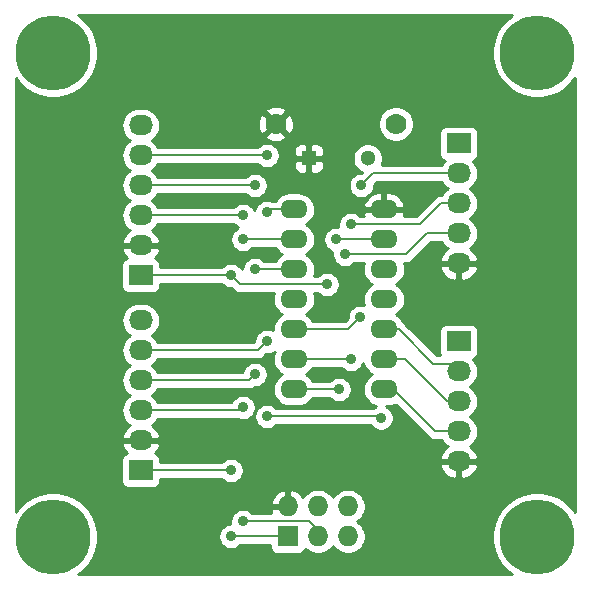
<source format=gtl>
%TF.GenerationSoftware,KiCad,Pcbnew,(5.1.10)-1*%
%TF.CreationDate,2022-04-05T12:13:59-04:00*%
%TF.ProjectId,SPI-POTX2,5350492d-504f-4545-9832-2e6b69636164,rev?*%
%TF.SameCoordinates,Original*%
%TF.FileFunction,Copper,L1,Top*%
%TF.FilePolarity,Positive*%
%FSLAX46Y46*%
G04 Gerber Fmt 4.6, Leading zero omitted, Abs format (unit mm)*
G04 Created by KiCad (PCBNEW (5.1.10)-1) date 2022-04-05 12:13:59*
%MOMM*%
%LPD*%
G01*
G04 APERTURE LIST*
%TA.AperFunction,ComponentPad*%
%ADD10C,6.350000*%
%TD*%
%TA.AperFunction,ComponentPad*%
%ADD11R,2.032000X1.727200*%
%TD*%
%TA.AperFunction,ComponentPad*%
%ADD12O,2.032000X1.727200*%
%TD*%
%TA.AperFunction,ComponentPad*%
%ADD13R,1.727200X1.727200*%
%TD*%
%TA.AperFunction,ComponentPad*%
%ADD14O,1.727200X1.727200*%
%TD*%
%TA.AperFunction,ComponentPad*%
%ADD15R,1.300000X1.300000*%
%TD*%
%TA.AperFunction,ComponentPad*%
%ADD16C,1.300000*%
%TD*%
%TA.AperFunction,ComponentPad*%
%ADD17C,1.778000*%
%TD*%
%TA.AperFunction,ComponentPad*%
%ADD18O,2.300000X1.600000*%
%TD*%
%TA.AperFunction,ViaPad*%
%ADD19C,0.889000*%
%TD*%
%TA.AperFunction,Conductor*%
%ADD20C,0.203200*%
%TD*%
%TA.AperFunction,Conductor*%
%ADD21C,0.254000*%
%TD*%
%TA.AperFunction,Conductor*%
%ADD22C,0.150000*%
%TD*%
G04 APERTURE END LIST*
D10*
%TO.P,MTG5,1*%
%TO.N,N/C*%
X4000000Y-45000000D03*
%TD*%
%TO.P,MTG6,1*%
%TO.N,N/C*%
X4000000Y-4000000D03*
%TD*%
%TO.P,MTG7,1*%
%TO.N,N/C*%
X45000000Y-45000000D03*
%TD*%
%TO.P,MTG?1,1*%
%TO.N,N/C*%
X45000000Y-4000000D03*
%TD*%
D11*
%TO.P,J1,1*%
%TO.N,/MISO*%
X11430000Y-22860000D03*
D12*
%TO.P,J1,2*%
%TO.N,/VCC*%
X11430000Y-20320000D03*
%TO.P,J1,3*%
%TO.N,/SCK*%
X11430000Y-17780000D03*
%TO.P,J1,4*%
%TO.N,/MOSI*%
X11430000Y-15240000D03*
%TO.P,J1,5*%
%TO.N,/SS*%
X11430000Y-12700000D03*
%TO.P,J1,6*%
%TO.N,GND*%
X11430000Y-10160000D03*
%TD*%
D13*
%TO.P,J2,1*%
%TO.N,/MISO*%
X23876000Y-44958000D03*
D14*
%TO.P,J2,2*%
%TO.N,/VCC*%
X23876000Y-42418000D03*
%TO.P,J2,3*%
%TO.N,/SCK*%
X26416000Y-44958000D03*
%TO.P,J2,4*%
%TO.N,/MOSI*%
X26416000Y-42418000D03*
%TO.P,J2,5*%
%TO.N,/SS*%
X28956000Y-44958000D03*
%TO.P,J2,6*%
%TO.N,GND*%
X28956000Y-42418000D03*
%TD*%
D11*
%TO.P,J3,1*%
%TO.N,/MISO*%
X11430000Y-39370000D03*
D12*
%TO.P,J3,2*%
%TO.N,/VCC*%
X11430000Y-36830000D03*
%TO.P,J3,3*%
%TO.N,/SCK*%
X11430000Y-34290000D03*
%TO.P,J3,4*%
%TO.N,/MOSI*%
X11430000Y-31750000D03*
%TO.P,J3,5*%
%TO.N,/SS*%
X11430000Y-29210000D03*
%TO.P,J3,6*%
%TO.N,GND*%
X11430000Y-26670000D03*
%TD*%
D15*
%TO.P,C1,1*%
%TO.N,/VCC*%
X25654000Y-12954000D03*
D16*
%TO.P,C1,2*%
%TO.N,GND*%
X30654000Y-12954000D03*
%TD*%
D11*
%TO.P,POT1,1*%
%TO.N,GND*%
X38354000Y-11684000D03*
D12*
%TO.P,POT1,2*%
%TO.N,/P1B*%
X38354000Y-14224000D03*
%TO.P,POT1,3*%
%TO.N,/P1W*%
X38354000Y-16764000D03*
%TO.P,POT1,4*%
%TO.N,/P1A*%
X38354000Y-19304000D03*
%TO.P,POT1,5*%
%TO.N,/VCC*%
X38354000Y-21844000D03*
%TD*%
D11*
%TO.P,POT2,1*%
%TO.N,GND*%
X38354000Y-28448000D03*
D12*
%TO.P,POT2,2*%
%TO.N,/P0B*%
X38354000Y-30988000D03*
%TO.P,POT2,3*%
%TO.N,/P0W*%
X38354000Y-33528000D03*
%TO.P,POT2,4*%
%TO.N,/P0A*%
X38354000Y-36068000D03*
%TO.P,POT2,5*%
%TO.N,/VCC*%
X38354000Y-38608000D03*
%TD*%
D17*
%TO.P,R1,1*%
%TO.N,/VCC*%
X22860000Y-10033000D03*
%TO.P,R1,2*%
%TO.N,/~SHDN*%
X33020000Y-10033000D03*
%TD*%
D18*
%TO.P,U1,1*%
%TO.N,/SS*%
X24384000Y-17272000D03*
%TO.P,U1,2*%
%TO.N,/SCK*%
X24384000Y-19812000D03*
%TO.P,U1,3*%
%TO.N,/MOSI*%
X24384000Y-22352000D03*
%TO.P,U1,4*%
%TO.N,GND*%
X24384000Y-24892000D03*
%TO.P,U1,5*%
%TO.N,/P1B*%
X24384000Y-27432000D03*
%TO.P,U1,6*%
%TO.N,/P1W*%
X24384000Y-29972000D03*
%TO.P,U1,7*%
%TO.N,/P1A*%
X24384000Y-32512000D03*
%TO.P,U1,8*%
%TO.N,/P0A*%
X32004000Y-32512000D03*
%TO.P,U1,9*%
%TO.N,/P0W*%
X32004000Y-29972000D03*
%TO.P,U1,10*%
%TO.N,/P0B*%
X32004000Y-27432000D03*
%TO.P,U1,11*%
%TO.N,N/C*%
X32004000Y-24892000D03*
%TO.P,U1,12*%
%TO.N,/~SHDN*%
X32004000Y-22352000D03*
%TO.P,U1,13*%
%TO.N,/MISO*%
X32004000Y-19812000D03*
%TO.P,U1,14*%
%TO.N,/VCC*%
X32004000Y-17272000D03*
%TD*%
D19*
%TO.N,/SCK*%
X20066000Y-43688000D03*
X20066000Y-34036000D03*
X20066000Y-19812000D03*
X20066000Y-17780000D03*
%TO.N,/MISO*%
X19050000Y-44958000D03*
X19050000Y-22860000D03*
X19050000Y-39370000D03*
X27940000Y-19812000D03*
X27178000Y-23622000D03*
%TO.N,/MOSI*%
X21082000Y-31242000D03*
X21082000Y-22352000D03*
X21082000Y-15240000D03*
%TO.N,/SS*%
X22098000Y-17526000D03*
X22098000Y-28448000D03*
X22098000Y-12700000D03*
X31750000Y-34925000D03*
X22098000Y-34798000D03*
%TO.N,/P1B*%
X30099000Y-15240000D03*
X30010100Y-26416053D03*
%TO.N,/P1W*%
X29210000Y-18542000D03*
X29210000Y-29972000D03*
%TO.N,/P1A*%
X28702000Y-21082000D03*
X28194000Y-32512000D03*
%TD*%
D20*
%TO.N,/SCK*%
X25654000Y-43688000D02*
X26416000Y-44450000D01*
X20066000Y-43688000D02*
X25654000Y-43688000D01*
X26416000Y-44450000D02*
X26416000Y-44958000D01*
X19812000Y-34290000D02*
X11430000Y-34290000D01*
X20066000Y-34036000D02*
X19812000Y-34290000D01*
X11430000Y-17780000D02*
X20066000Y-17780000D01*
X20066000Y-19812000D02*
X24384000Y-19812000D01*
%TO.N,/MISO*%
X19050000Y-44958000D02*
X23876000Y-44958000D01*
X11430000Y-39370000D02*
X19050000Y-39370000D01*
X11430000Y-22860000D02*
X19050000Y-22860000D01*
X19812000Y-23622000D02*
X25908000Y-23622000D01*
X19050000Y-22860000D02*
X19812000Y-23622000D01*
X32004000Y-19812000D02*
X27940000Y-19812000D01*
X27178000Y-23622000D02*
X25908000Y-23622000D01*
%TO.N,/MOSI*%
X20574000Y-31750000D02*
X11430000Y-31750000D01*
X21082000Y-31242000D02*
X20574000Y-31750000D01*
X11430000Y-15240000D02*
X21082000Y-15240000D01*
X21082000Y-22352000D02*
X24384000Y-22352000D01*
%TO.N,/SS*%
X24384000Y-17272000D02*
X22352000Y-17272000D01*
X22352000Y-17272000D02*
X22098000Y-17526000D01*
X11430000Y-12700000D02*
X22098000Y-12700000D01*
X21336000Y-29210000D02*
X11430000Y-29210000D01*
X22098000Y-28448000D02*
X21336000Y-29210000D01*
X31750000Y-34925000D02*
X31623000Y-34798000D01*
X31623000Y-34798000D02*
X22098000Y-34798000D01*
%TO.N,/P1B*%
X31115000Y-14224000D02*
X30099000Y-15240000D01*
X38354000Y-14224000D02*
X31115000Y-14224000D01*
X28994153Y-27432000D02*
X30010100Y-26416053D01*
X24384000Y-27432000D02*
X28994153Y-27432000D01*
%TO.N,/P1W*%
X36830000Y-16764000D02*
X35052000Y-18542000D01*
X35052000Y-18542000D02*
X29210000Y-18542000D01*
X29210000Y-29972000D02*
X24384000Y-29972000D01*
X38354000Y-16764000D02*
X36830000Y-16764000D01*
%TO.N,/P1A*%
X35687000Y-19304000D02*
X33909000Y-21082000D01*
X33909000Y-21082000D02*
X28702000Y-21082000D01*
X38354000Y-19304000D02*
X35687000Y-19304000D01*
X28194000Y-32512000D02*
X24384000Y-32512000D01*
%TO.N,/P0B*%
X32004000Y-27432000D02*
X33274000Y-27432000D01*
X36195000Y-30353000D02*
X37719000Y-30353000D01*
X33274000Y-27432000D02*
X36195000Y-30353000D01*
X37719000Y-30353000D02*
X38354000Y-30988000D01*
%TO.N,/P0W*%
X32004000Y-29972000D02*
X33782000Y-29972000D01*
X33782000Y-29972000D02*
X37338000Y-33528000D01*
X37338000Y-33528000D02*
X38354000Y-33528000D01*
%TO.N,/P0A*%
X32004000Y-32512000D02*
X32766000Y-32512000D01*
X32766000Y-32512000D02*
X36322000Y-36068000D01*
X36322000Y-36068000D02*
X38354000Y-36068000D01*
%TD*%
D21*
%TO.N,/VCC*%
X42571267Y-1040580D02*
X42040580Y-1571267D01*
X41623622Y-2195288D01*
X41336416Y-2888664D01*
X41190000Y-3624748D01*
X41190000Y-4375252D01*
X41336416Y-5111336D01*
X41623622Y-5804712D01*
X42040580Y-6428733D01*
X42571267Y-6959420D01*
X43195288Y-7376378D01*
X43888664Y-7663584D01*
X44624748Y-7810000D01*
X45375252Y-7810000D01*
X46111336Y-7663584D01*
X46804712Y-7376378D01*
X47428733Y-6959420D01*
X47959420Y-6428733D01*
X48174500Y-6106843D01*
X48174501Y-42893158D01*
X47959420Y-42571267D01*
X47428733Y-42040580D01*
X46804712Y-41623622D01*
X46111336Y-41336416D01*
X45375252Y-41190000D01*
X44624748Y-41190000D01*
X43888664Y-41336416D01*
X43195288Y-41623622D01*
X42571267Y-42040580D01*
X42040580Y-42571267D01*
X41623622Y-43195288D01*
X41336416Y-43888664D01*
X41190000Y-44624748D01*
X41190000Y-45375252D01*
X41336416Y-46111336D01*
X41623622Y-46804712D01*
X42040580Y-47428733D01*
X42571267Y-47959420D01*
X42893157Y-48174500D01*
X6106843Y-48174500D01*
X6428733Y-47959420D01*
X6959420Y-47428733D01*
X7376378Y-46804712D01*
X7663584Y-46111336D01*
X7810000Y-45375252D01*
X7810000Y-44851679D01*
X17970500Y-44851679D01*
X17970500Y-45064321D01*
X18011985Y-45272878D01*
X18093360Y-45469335D01*
X18211498Y-45646141D01*
X18361859Y-45796502D01*
X18538665Y-45914640D01*
X18735122Y-45996015D01*
X18943679Y-46037500D01*
X19156321Y-46037500D01*
X19364878Y-45996015D01*
X19561335Y-45914640D01*
X19738141Y-45796502D01*
X19840043Y-45694600D01*
X22374328Y-45694600D01*
X22374328Y-45821600D01*
X22386588Y-45946082D01*
X22422898Y-46065780D01*
X22481863Y-46176094D01*
X22561215Y-46272785D01*
X22657906Y-46352137D01*
X22768220Y-46411102D01*
X22887918Y-46447412D01*
X23012400Y-46459672D01*
X24739600Y-46459672D01*
X24864082Y-46447412D01*
X24983780Y-46411102D01*
X25094094Y-46352137D01*
X25190785Y-46272785D01*
X25270137Y-46176094D01*
X25329102Y-46065780D01*
X25346636Y-46007977D01*
X25460698Y-46122039D01*
X25706147Y-46286042D01*
X25978875Y-46399010D01*
X26268401Y-46456600D01*
X26563599Y-46456600D01*
X26853125Y-46399010D01*
X27125853Y-46286042D01*
X27371302Y-46122039D01*
X27580039Y-45913302D01*
X27686000Y-45754719D01*
X27791961Y-45913302D01*
X28000698Y-46122039D01*
X28246147Y-46286042D01*
X28518875Y-46399010D01*
X28808401Y-46456600D01*
X29103599Y-46456600D01*
X29393125Y-46399010D01*
X29665853Y-46286042D01*
X29911302Y-46122039D01*
X30120039Y-45913302D01*
X30284042Y-45667853D01*
X30397010Y-45395125D01*
X30454600Y-45105599D01*
X30454600Y-44810401D01*
X30397010Y-44520875D01*
X30284042Y-44248147D01*
X30120039Y-44002698D01*
X29911302Y-43793961D01*
X29752719Y-43688000D01*
X29911302Y-43582039D01*
X30120039Y-43373302D01*
X30284042Y-43127853D01*
X30397010Y-42855125D01*
X30454600Y-42565599D01*
X30454600Y-42270401D01*
X30397010Y-41980875D01*
X30284042Y-41708147D01*
X30120039Y-41462698D01*
X29911302Y-41253961D01*
X29665853Y-41089958D01*
X29393125Y-40976990D01*
X29103599Y-40919400D01*
X28808401Y-40919400D01*
X28518875Y-40976990D01*
X28246147Y-41089958D01*
X28000698Y-41253961D01*
X27791961Y-41462698D01*
X27686000Y-41621281D01*
X27580039Y-41462698D01*
X27371302Y-41253961D01*
X27125853Y-41089958D01*
X26853125Y-40976990D01*
X26563599Y-40919400D01*
X26268401Y-40919400D01*
X25978875Y-40976990D01*
X25706147Y-41089958D01*
X25460698Y-41253961D01*
X25251961Y-41462698D01*
X25141441Y-41628103D01*
X25082817Y-41529512D01*
X24886293Y-41311146D01*
X24650944Y-41135316D01*
X24385814Y-41008778D01*
X24235026Y-40963042D01*
X24003000Y-41084183D01*
X24003000Y-42291000D01*
X24023000Y-42291000D01*
X24023000Y-42545000D01*
X24003000Y-42545000D01*
X24003000Y-42565000D01*
X23749000Y-42565000D01*
X23749000Y-42545000D01*
X22541536Y-42545000D01*
X22421037Y-42777027D01*
X22482739Y-42951400D01*
X20856043Y-42951400D01*
X20754141Y-42849498D01*
X20577335Y-42731360D01*
X20380878Y-42649985D01*
X20172321Y-42608500D01*
X19959679Y-42608500D01*
X19751122Y-42649985D01*
X19554665Y-42731360D01*
X19377859Y-42849498D01*
X19227498Y-42999859D01*
X19109360Y-43176665D01*
X19027985Y-43373122D01*
X18986500Y-43581679D01*
X18986500Y-43794321D01*
X19003244Y-43878500D01*
X18943679Y-43878500D01*
X18735122Y-43919985D01*
X18538665Y-44001360D01*
X18361859Y-44119498D01*
X18211498Y-44269859D01*
X18093360Y-44446665D01*
X18011985Y-44643122D01*
X17970500Y-44851679D01*
X7810000Y-44851679D01*
X7810000Y-44624748D01*
X7663584Y-43888664D01*
X7376378Y-43195288D01*
X6959420Y-42571267D01*
X6447126Y-42058973D01*
X22421037Y-42058973D01*
X22541536Y-42291000D01*
X23749000Y-42291000D01*
X23749000Y-41084183D01*
X23516974Y-40963042D01*
X23366186Y-41008778D01*
X23101056Y-41135316D01*
X22865707Y-41311146D01*
X22669183Y-41529512D01*
X22519036Y-41782022D01*
X22421037Y-42058973D01*
X6447126Y-42058973D01*
X6428733Y-42040580D01*
X5804712Y-41623622D01*
X5111336Y-41336416D01*
X4375252Y-41190000D01*
X3624748Y-41190000D01*
X2888664Y-41336416D01*
X2195288Y-41623622D01*
X1571267Y-42040580D01*
X1040580Y-42571267D01*
X825500Y-42893157D01*
X825500Y-38506400D01*
X9775928Y-38506400D01*
X9775928Y-40233600D01*
X9788188Y-40358082D01*
X9824498Y-40477780D01*
X9883463Y-40588094D01*
X9962815Y-40684785D01*
X10059506Y-40764137D01*
X10169820Y-40823102D01*
X10289518Y-40859412D01*
X10414000Y-40871672D01*
X12446000Y-40871672D01*
X12570482Y-40859412D01*
X12690180Y-40823102D01*
X12800494Y-40764137D01*
X12897185Y-40684785D01*
X12976537Y-40588094D01*
X13035502Y-40477780D01*
X13071812Y-40358082D01*
X13084072Y-40233600D01*
X13084072Y-40106600D01*
X18259957Y-40106600D01*
X18361859Y-40208502D01*
X18538665Y-40326640D01*
X18735122Y-40408015D01*
X18943679Y-40449500D01*
X19156321Y-40449500D01*
X19364878Y-40408015D01*
X19561335Y-40326640D01*
X19738141Y-40208502D01*
X19888502Y-40058141D01*
X20006640Y-39881335D01*
X20088015Y-39684878D01*
X20129500Y-39476321D01*
X20129500Y-39263679D01*
X20088015Y-39055122D01*
X20051525Y-38967026D01*
X36746642Y-38967026D01*
X36749291Y-38982789D01*
X36850314Y-39258919D01*
X37003267Y-39510035D01*
X37202271Y-39726486D01*
X37439679Y-39899954D01*
X37706367Y-40023773D01*
X37992086Y-40093185D01*
X38227000Y-39948925D01*
X38227000Y-38735000D01*
X38481000Y-38735000D01*
X38481000Y-39948925D01*
X38715914Y-40093185D01*
X39001633Y-40023773D01*
X39268321Y-39899954D01*
X39505729Y-39726486D01*
X39704733Y-39510035D01*
X39857686Y-39258919D01*
X39958709Y-38982789D01*
X39961358Y-38967026D01*
X39840217Y-38735000D01*
X38481000Y-38735000D01*
X38227000Y-38735000D01*
X36867783Y-38735000D01*
X36746642Y-38967026D01*
X20051525Y-38967026D01*
X20006640Y-38858665D01*
X19888502Y-38681859D01*
X19738141Y-38531498D01*
X19561335Y-38413360D01*
X19364878Y-38331985D01*
X19156321Y-38290500D01*
X18943679Y-38290500D01*
X18735122Y-38331985D01*
X18538665Y-38413360D01*
X18361859Y-38531498D01*
X18259957Y-38633400D01*
X13084072Y-38633400D01*
X13084072Y-38506400D01*
X13071812Y-38381918D01*
X13035502Y-38262220D01*
X12976537Y-38151906D01*
X12897185Y-38055215D01*
X12800494Y-37975863D01*
X12690180Y-37916898D01*
X12628088Y-37898063D01*
X12780733Y-37732035D01*
X12933686Y-37480919D01*
X13034709Y-37204789D01*
X13037358Y-37189026D01*
X12916217Y-36957000D01*
X11557000Y-36957000D01*
X11557000Y-36977000D01*
X11303000Y-36977000D01*
X11303000Y-36957000D01*
X9943783Y-36957000D01*
X9822642Y-37189026D01*
X9825291Y-37204789D01*
X9926314Y-37480919D01*
X10079267Y-37732035D01*
X10231912Y-37898063D01*
X10169820Y-37916898D01*
X10059506Y-37975863D01*
X9962815Y-38055215D01*
X9883463Y-38151906D01*
X9824498Y-38262220D01*
X9788188Y-38381918D01*
X9775928Y-38506400D01*
X825500Y-38506400D01*
X825500Y-10160000D01*
X9771749Y-10160000D01*
X9800684Y-10453777D01*
X9886375Y-10736264D01*
X10025531Y-10996606D01*
X10212803Y-11224797D01*
X10440994Y-11412069D01*
X10474540Y-11430000D01*
X10440994Y-11447931D01*
X10212803Y-11635203D01*
X10025531Y-11863394D01*
X9886375Y-12123736D01*
X9800684Y-12406223D01*
X9771749Y-12700000D01*
X9800684Y-12993777D01*
X9886375Y-13276264D01*
X10025531Y-13536606D01*
X10212803Y-13764797D01*
X10440994Y-13952069D01*
X10474540Y-13970000D01*
X10440994Y-13987931D01*
X10212803Y-14175203D01*
X10025531Y-14403394D01*
X9886375Y-14663736D01*
X9800684Y-14946223D01*
X9771749Y-15240000D01*
X9800684Y-15533777D01*
X9886375Y-15816264D01*
X10025531Y-16076606D01*
X10212803Y-16304797D01*
X10440994Y-16492069D01*
X10474540Y-16510000D01*
X10440994Y-16527931D01*
X10212803Y-16715203D01*
X10025531Y-16943394D01*
X9886375Y-17203736D01*
X9800684Y-17486223D01*
X9771749Y-17780000D01*
X9800684Y-18073777D01*
X9886375Y-18356264D01*
X10025531Y-18616606D01*
X10212803Y-18844797D01*
X10440994Y-19032069D01*
X10480947Y-19053424D01*
X10278271Y-19201514D01*
X10079267Y-19417965D01*
X9926314Y-19669081D01*
X9825291Y-19945211D01*
X9822642Y-19960974D01*
X9943783Y-20193000D01*
X11303000Y-20193000D01*
X11303000Y-20173000D01*
X11557000Y-20173000D01*
X11557000Y-20193000D01*
X12916217Y-20193000D01*
X13037358Y-19960974D01*
X13034709Y-19945211D01*
X12933686Y-19669081D01*
X12780733Y-19417965D01*
X12581729Y-19201514D01*
X12379053Y-19053424D01*
X12419006Y-19032069D01*
X12647197Y-18844797D01*
X12834469Y-18616606D01*
X12887923Y-18516600D01*
X19275957Y-18516600D01*
X19377859Y-18618502D01*
X19554665Y-18736640D01*
X19697973Y-18796000D01*
X19554665Y-18855360D01*
X19377859Y-18973498D01*
X19227498Y-19123859D01*
X19109360Y-19300665D01*
X19027985Y-19497122D01*
X18986500Y-19705679D01*
X18986500Y-19918321D01*
X19027985Y-20126878D01*
X19109360Y-20323335D01*
X19227498Y-20500141D01*
X19377859Y-20650502D01*
X19554665Y-20768640D01*
X19751122Y-20850015D01*
X19959679Y-20891500D01*
X20172321Y-20891500D01*
X20380878Y-20850015D01*
X20577335Y-20768640D01*
X20754141Y-20650502D01*
X20856043Y-20548600D01*
X22800591Y-20548600D01*
X22835068Y-20613101D01*
X23014392Y-20831608D01*
X23232899Y-21010932D01*
X23365858Y-21082000D01*
X23232899Y-21153068D01*
X23014392Y-21332392D01*
X22835068Y-21550899D01*
X22800591Y-21615400D01*
X21872043Y-21615400D01*
X21770141Y-21513498D01*
X21593335Y-21395360D01*
X21396878Y-21313985D01*
X21188321Y-21272500D01*
X20975679Y-21272500D01*
X20767122Y-21313985D01*
X20570665Y-21395360D01*
X20393859Y-21513498D01*
X20243498Y-21663859D01*
X20125360Y-21840665D01*
X20043985Y-22037122D01*
X20002500Y-22245679D01*
X20002500Y-22342469D01*
X19888502Y-22171859D01*
X19738141Y-22021498D01*
X19561335Y-21903360D01*
X19364878Y-21821985D01*
X19156321Y-21780500D01*
X18943679Y-21780500D01*
X18735122Y-21821985D01*
X18538665Y-21903360D01*
X18361859Y-22021498D01*
X18259957Y-22123400D01*
X13084072Y-22123400D01*
X13084072Y-21996400D01*
X13071812Y-21871918D01*
X13035502Y-21752220D01*
X12976537Y-21641906D01*
X12897185Y-21545215D01*
X12800494Y-21465863D01*
X12690180Y-21406898D01*
X12628088Y-21388063D01*
X12780733Y-21222035D01*
X12933686Y-20970919D01*
X13034709Y-20694789D01*
X13037358Y-20679026D01*
X12916217Y-20447000D01*
X11557000Y-20447000D01*
X11557000Y-20467000D01*
X11303000Y-20467000D01*
X11303000Y-20447000D01*
X9943783Y-20447000D01*
X9822642Y-20679026D01*
X9825291Y-20694789D01*
X9926314Y-20970919D01*
X10079267Y-21222035D01*
X10231912Y-21388063D01*
X10169820Y-21406898D01*
X10059506Y-21465863D01*
X9962815Y-21545215D01*
X9883463Y-21641906D01*
X9824498Y-21752220D01*
X9788188Y-21871918D01*
X9775928Y-21996400D01*
X9775928Y-23723600D01*
X9788188Y-23848082D01*
X9824498Y-23967780D01*
X9883463Y-24078094D01*
X9962815Y-24174785D01*
X10059506Y-24254137D01*
X10169820Y-24313102D01*
X10289518Y-24349412D01*
X10414000Y-24361672D01*
X12446000Y-24361672D01*
X12570482Y-24349412D01*
X12690180Y-24313102D01*
X12800494Y-24254137D01*
X12897185Y-24174785D01*
X12976537Y-24078094D01*
X13035502Y-23967780D01*
X13071812Y-23848082D01*
X13084072Y-23723600D01*
X13084072Y-23596600D01*
X18259957Y-23596600D01*
X18361859Y-23698502D01*
X18538665Y-23816640D01*
X18735122Y-23898015D01*
X18943679Y-23939500D01*
X19087790Y-23939500D01*
X19265559Y-24117269D01*
X19288625Y-24145375D01*
X19400787Y-24237424D01*
X19528751Y-24305822D01*
X19642053Y-24340192D01*
X19667601Y-24347942D01*
X19812000Y-24362164D01*
X19848186Y-24358600D01*
X22696234Y-24358600D01*
X22619764Y-24610691D01*
X22592057Y-24892000D01*
X22619764Y-25173309D01*
X22701818Y-25443808D01*
X22835068Y-25693101D01*
X23014392Y-25911608D01*
X23232899Y-26090932D01*
X23365858Y-26162000D01*
X23232899Y-26233068D01*
X23014392Y-26412392D01*
X22835068Y-26630899D01*
X22701818Y-26880192D01*
X22619764Y-27150691D01*
X22592057Y-27432000D01*
X22597417Y-27486424D01*
X22412878Y-27409985D01*
X22204321Y-27368500D01*
X21991679Y-27368500D01*
X21783122Y-27409985D01*
X21586665Y-27491360D01*
X21409859Y-27609498D01*
X21259498Y-27759859D01*
X21141360Y-27936665D01*
X21059985Y-28133122D01*
X21018500Y-28341679D01*
X21018500Y-28473400D01*
X12887923Y-28473400D01*
X12834469Y-28373394D01*
X12647197Y-28145203D01*
X12419006Y-27957931D01*
X12385460Y-27940000D01*
X12419006Y-27922069D01*
X12647197Y-27734797D01*
X12834469Y-27506606D01*
X12973625Y-27246264D01*
X13059316Y-26963777D01*
X13088251Y-26670000D01*
X13059316Y-26376223D01*
X12973625Y-26093736D01*
X12834469Y-25833394D01*
X12647197Y-25605203D01*
X12419006Y-25417931D01*
X12158664Y-25278775D01*
X11876177Y-25193084D01*
X11656019Y-25171400D01*
X11203981Y-25171400D01*
X10983823Y-25193084D01*
X10701336Y-25278775D01*
X10440994Y-25417931D01*
X10212803Y-25605203D01*
X10025531Y-25833394D01*
X9886375Y-26093736D01*
X9800684Y-26376223D01*
X9771749Y-26670000D01*
X9800684Y-26963777D01*
X9886375Y-27246264D01*
X10025531Y-27506606D01*
X10212803Y-27734797D01*
X10440994Y-27922069D01*
X10474540Y-27940000D01*
X10440994Y-27957931D01*
X10212803Y-28145203D01*
X10025531Y-28373394D01*
X9886375Y-28633736D01*
X9800684Y-28916223D01*
X9771749Y-29210000D01*
X9800684Y-29503777D01*
X9886375Y-29786264D01*
X10025531Y-30046606D01*
X10212803Y-30274797D01*
X10440994Y-30462069D01*
X10474540Y-30480000D01*
X10440994Y-30497931D01*
X10212803Y-30685203D01*
X10025531Y-30913394D01*
X9886375Y-31173736D01*
X9800684Y-31456223D01*
X9771749Y-31750000D01*
X9800684Y-32043777D01*
X9886375Y-32326264D01*
X10025531Y-32586606D01*
X10212803Y-32814797D01*
X10440994Y-33002069D01*
X10474540Y-33020000D01*
X10440994Y-33037931D01*
X10212803Y-33225203D01*
X10025531Y-33453394D01*
X9886375Y-33713736D01*
X9800684Y-33996223D01*
X9771749Y-34290000D01*
X9800684Y-34583777D01*
X9886375Y-34866264D01*
X10025531Y-35126606D01*
X10212803Y-35354797D01*
X10440994Y-35542069D01*
X10480947Y-35563424D01*
X10278271Y-35711514D01*
X10079267Y-35927965D01*
X9926314Y-36179081D01*
X9825291Y-36455211D01*
X9822642Y-36470974D01*
X9943783Y-36703000D01*
X11303000Y-36703000D01*
X11303000Y-36683000D01*
X11557000Y-36683000D01*
X11557000Y-36703000D01*
X12916217Y-36703000D01*
X13037358Y-36470974D01*
X13034709Y-36455211D01*
X12933686Y-36179081D01*
X12780733Y-35927965D01*
X12581729Y-35711514D01*
X12379053Y-35563424D01*
X12419006Y-35542069D01*
X12647197Y-35354797D01*
X12834469Y-35126606D01*
X12887923Y-35026600D01*
X19636652Y-35026600D01*
X19751122Y-35074015D01*
X19959679Y-35115500D01*
X20172321Y-35115500D01*
X20380878Y-35074015D01*
X20577335Y-34992640D01*
X20754141Y-34874502D01*
X20904502Y-34724141D01*
X21022640Y-34547335D01*
X21104015Y-34350878D01*
X21145500Y-34142321D01*
X21145500Y-33929679D01*
X21104015Y-33721122D01*
X21022640Y-33524665D01*
X20904502Y-33347859D01*
X20754141Y-33197498D01*
X20577335Y-33079360D01*
X20380878Y-32997985D01*
X20172321Y-32956500D01*
X19959679Y-32956500D01*
X19751122Y-32997985D01*
X19554665Y-33079360D01*
X19377859Y-33197498D01*
X19227498Y-33347859D01*
X19109360Y-33524665D01*
X19097458Y-33553400D01*
X12887923Y-33553400D01*
X12834469Y-33453394D01*
X12647197Y-33225203D01*
X12419006Y-33037931D01*
X12385460Y-33020000D01*
X12419006Y-33002069D01*
X12647197Y-32814797D01*
X12834469Y-32586606D01*
X12887923Y-32486600D01*
X20537817Y-32486600D01*
X20574000Y-32490164D01*
X20610183Y-32486600D01*
X20610186Y-32486600D01*
X20718399Y-32475942D01*
X20857249Y-32433822D01*
X20985213Y-32365424D01*
X21038735Y-32321500D01*
X21188321Y-32321500D01*
X21396878Y-32280015D01*
X21593335Y-32198640D01*
X21770141Y-32080502D01*
X21920502Y-31930141D01*
X22038640Y-31753335D01*
X22120015Y-31556878D01*
X22161500Y-31348321D01*
X22161500Y-31135679D01*
X22120015Y-30927122D01*
X22038640Y-30730665D01*
X21920502Y-30553859D01*
X21770141Y-30403498D01*
X21593335Y-30285360D01*
X21396878Y-30203985D01*
X21188321Y-30162500D01*
X20975679Y-30162500D01*
X20767122Y-30203985D01*
X20570665Y-30285360D01*
X20393859Y-30403498D01*
X20243498Y-30553859D01*
X20125360Y-30730665D01*
X20043985Y-30927122D01*
X20026823Y-31013400D01*
X12887923Y-31013400D01*
X12834469Y-30913394D01*
X12647197Y-30685203D01*
X12419006Y-30497931D01*
X12385460Y-30480000D01*
X12419006Y-30462069D01*
X12647197Y-30274797D01*
X12834469Y-30046606D01*
X12887923Y-29946600D01*
X21299817Y-29946600D01*
X21336000Y-29950164D01*
X21372183Y-29946600D01*
X21372186Y-29946600D01*
X21480399Y-29935942D01*
X21619249Y-29893822D01*
X21747213Y-29825424D01*
X21859375Y-29733375D01*
X21882445Y-29705264D01*
X22060209Y-29527500D01*
X22204321Y-29527500D01*
X22412878Y-29486015D01*
X22609335Y-29404640D01*
X22766130Y-29299873D01*
X22701818Y-29420192D01*
X22619764Y-29690691D01*
X22592057Y-29972000D01*
X22619764Y-30253309D01*
X22701818Y-30523808D01*
X22835068Y-30773101D01*
X23014392Y-30991608D01*
X23232899Y-31170932D01*
X23365858Y-31242000D01*
X23232899Y-31313068D01*
X23014392Y-31492392D01*
X22835068Y-31710899D01*
X22701818Y-31960192D01*
X22619764Y-32230691D01*
X22592057Y-32512000D01*
X22619764Y-32793309D01*
X22701818Y-33063808D01*
X22835068Y-33313101D01*
X23014392Y-33531608D01*
X23232899Y-33710932D01*
X23482192Y-33844182D01*
X23752691Y-33926236D01*
X23963508Y-33947000D01*
X24804492Y-33947000D01*
X25015309Y-33926236D01*
X25285808Y-33844182D01*
X25535101Y-33710932D01*
X25753608Y-33531608D01*
X25932932Y-33313101D01*
X25967409Y-33248600D01*
X27403957Y-33248600D01*
X27505859Y-33350502D01*
X27682665Y-33468640D01*
X27879122Y-33550015D01*
X28087679Y-33591500D01*
X28300321Y-33591500D01*
X28508878Y-33550015D01*
X28705335Y-33468640D01*
X28882141Y-33350502D01*
X29032502Y-33200141D01*
X29150640Y-33023335D01*
X29232015Y-32826878D01*
X29273500Y-32618321D01*
X29273500Y-32405679D01*
X29232015Y-32197122D01*
X29150640Y-32000665D01*
X29032502Y-31823859D01*
X28882141Y-31673498D01*
X28705335Y-31555360D01*
X28508878Y-31473985D01*
X28300321Y-31432500D01*
X28087679Y-31432500D01*
X27879122Y-31473985D01*
X27682665Y-31555360D01*
X27505859Y-31673498D01*
X27403957Y-31775400D01*
X25967409Y-31775400D01*
X25932932Y-31710899D01*
X25753608Y-31492392D01*
X25535101Y-31313068D01*
X25402142Y-31242000D01*
X25535101Y-31170932D01*
X25753608Y-30991608D01*
X25932932Y-30773101D01*
X25967409Y-30708600D01*
X28419957Y-30708600D01*
X28521859Y-30810502D01*
X28698665Y-30928640D01*
X28895122Y-31010015D01*
X29103679Y-31051500D01*
X29316321Y-31051500D01*
X29524878Y-31010015D01*
X29721335Y-30928640D01*
X29898141Y-30810502D01*
X30048502Y-30660141D01*
X30166640Y-30483335D01*
X30248015Y-30286878D01*
X30248780Y-30283032D01*
X30321818Y-30523808D01*
X30455068Y-30773101D01*
X30634392Y-30991608D01*
X30852899Y-31170932D01*
X30985858Y-31242000D01*
X30852899Y-31313068D01*
X30634392Y-31492392D01*
X30455068Y-31710899D01*
X30321818Y-31960192D01*
X30239764Y-32230691D01*
X30212057Y-32512000D01*
X30239764Y-32793309D01*
X30321818Y-33063808D01*
X30455068Y-33313101D01*
X30634392Y-33531608D01*
X30852899Y-33710932D01*
X31102192Y-33844182D01*
X31354029Y-33920575D01*
X31238665Y-33968360D01*
X31099421Y-34061400D01*
X22888043Y-34061400D01*
X22786141Y-33959498D01*
X22609335Y-33841360D01*
X22412878Y-33759985D01*
X22204321Y-33718500D01*
X21991679Y-33718500D01*
X21783122Y-33759985D01*
X21586665Y-33841360D01*
X21409859Y-33959498D01*
X21259498Y-34109859D01*
X21141360Y-34286665D01*
X21059985Y-34483122D01*
X21018500Y-34691679D01*
X21018500Y-34904321D01*
X21059985Y-35112878D01*
X21141360Y-35309335D01*
X21259498Y-35486141D01*
X21409859Y-35636502D01*
X21586665Y-35754640D01*
X21783122Y-35836015D01*
X21991679Y-35877500D01*
X22204321Y-35877500D01*
X22412878Y-35836015D01*
X22609335Y-35754640D01*
X22786141Y-35636502D01*
X22888043Y-35534600D01*
X30859019Y-35534600D01*
X30911498Y-35613141D01*
X31061859Y-35763502D01*
X31238665Y-35881640D01*
X31435122Y-35963015D01*
X31643679Y-36004500D01*
X31856321Y-36004500D01*
X32064878Y-35963015D01*
X32261335Y-35881640D01*
X32438141Y-35763502D01*
X32588502Y-35613141D01*
X32706640Y-35436335D01*
X32788015Y-35239878D01*
X32829500Y-35031321D01*
X32829500Y-34818679D01*
X32788015Y-34610122D01*
X32706640Y-34413665D01*
X32588502Y-34236859D01*
X32438141Y-34086498D01*
X32261335Y-33968360D01*
X32209767Y-33947000D01*
X32424492Y-33947000D01*
X32635309Y-33926236D01*
X32905808Y-33844182D01*
X33003992Y-33791701D01*
X35775554Y-36563263D01*
X35798625Y-36591375D01*
X35910787Y-36683424D01*
X36038751Y-36751822D01*
X36177601Y-36793942D01*
X36285814Y-36804600D01*
X36285823Y-36804600D01*
X36321999Y-36808163D01*
X36358175Y-36804600D01*
X36896077Y-36804600D01*
X36949531Y-36904606D01*
X37136803Y-37132797D01*
X37364994Y-37320069D01*
X37404947Y-37341424D01*
X37202271Y-37489514D01*
X37003267Y-37705965D01*
X36850314Y-37957081D01*
X36749291Y-38233211D01*
X36746642Y-38248974D01*
X36867783Y-38481000D01*
X38227000Y-38481000D01*
X38227000Y-38461000D01*
X38481000Y-38461000D01*
X38481000Y-38481000D01*
X39840217Y-38481000D01*
X39961358Y-38248974D01*
X39958709Y-38233211D01*
X39857686Y-37957081D01*
X39704733Y-37705965D01*
X39505729Y-37489514D01*
X39303053Y-37341424D01*
X39343006Y-37320069D01*
X39571197Y-37132797D01*
X39758469Y-36904606D01*
X39897625Y-36644264D01*
X39983316Y-36361777D01*
X40012251Y-36068000D01*
X39983316Y-35774223D01*
X39897625Y-35491736D01*
X39758469Y-35231394D01*
X39571197Y-35003203D01*
X39343006Y-34815931D01*
X39309460Y-34798000D01*
X39343006Y-34780069D01*
X39571197Y-34592797D01*
X39758469Y-34364606D01*
X39897625Y-34104264D01*
X39983316Y-33821777D01*
X40012251Y-33528000D01*
X39983316Y-33234223D01*
X39897625Y-32951736D01*
X39758469Y-32691394D01*
X39571197Y-32463203D01*
X39343006Y-32275931D01*
X39309460Y-32258000D01*
X39343006Y-32240069D01*
X39571197Y-32052797D01*
X39758469Y-31824606D01*
X39897625Y-31564264D01*
X39983316Y-31281777D01*
X40012251Y-30988000D01*
X39983316Y-30694223D01*
X39897625Y-30411736D01*
X39758469Y-30151394D01*
X39571197Y-29923203D01*
X39563135Y-29916586D01*
X39614180Y-29901102D01*
X39724494Y-29842137D01*
X39821185Y-29762785D01*
X39900537Y-29666094D01*
X39959502Y-29555780D01*
X39995812Y-29436082D01*
X40008072Y-29311600D01*
X40008072Y-27584400D01*
X39995812Y-27459918D01*
X39959502Y-27340220D01*
X39900537Y-27229906D01*
X39821185Y-27133215D01*
X39724494Y-27053863D01*
X39614180Y-26994898D01*
X39494482Y-26958588D01*
X39370000Y-26946328D01*
X37338000Y-26946328D01*
X37213518Y-26958588D01*
X37093820Y-26994898D01*
X36983506Y-27053863D01*
X36886815Y-27133215D01*
X36807463Y-27229906D01*
X36748498Y-27340220D01*
X36712188Y-27459918D01*
X36699928Y-27584400D01*
X36699928Y-29311600D01*
X36712188Y-29436082D01*
X36748498Y-29555780D01*
X36780901Y-29616400D01*
X36500110Y-29616400D01*
X33820446Y-26936737D01*
X33797375Y-26908625D01*
X33685213Y-26816576D01*
X33638966Y-26791856D01*
X33552932Y-26630899D01*
X33373608Y-26412392D01*
X33155101Y-26233068D01*
X33022142Y-26162000D01*
X33155101Y-26090932D01*
X33373608Y-25911608D01*
X33552932Y-25693101D01*
X33686182Y-25443808D01*
X33768236Y-25173309D01*
X33795943Y-24892000D01*
X33768236Y-24610691D01*
X33686182Y-24340192D01*
X33552932Y-24090899D01*
X33373608Y-23872392D01*
X33155101Y-23693068D01*
X33022142Y-23622000D01*
X33155101Y-23550932D01*
X33373608Y-23371608D01*
X33552932Y-23153101D01*
X33686182Y-22903808D01*
X33768236Y-22633309D01*
X33795943Y-22352000D01*
X33781271Y-22203026D01*
X36746642Y-22203026D01*
X36749291Y-22218789D01*
X36850314Y-22494919D01*
X37003267Y-22746035D01*
X37202271Y-22962486D01*
X37439679Y-23135954D01*
X37706367Y-23259773D01*
X37992086Y-23329185D01*
X38227000Y-23184925D01*
X38227000Y-21971000D01*
X38481000Y-21971000D01*
X38481000Y-23184925D01*
X38715914Y-23329185D01*
X39001633Y-23259773D01*
X39268321Y-23135954D01*
X39505729Y-22962486D01*
X39704733Y-22746035D01*
X39857686Y-22494919D01*
X39958709Y-22218789D01*
X39961358Y-22203026D01*
X39840217Y-21971000D01*
X38481000Y-21971000D01*
X38227000Y-21971000D01*
X36867783Y-21971000D01*
X36746642Y-22203026D01*
X33781271Y-22203026D01*
X33768236Y-22070691D01*
X33691766Y-21818600D01*
X33872817Y-21818600D01*
X33909000Y-21822164D01*
X33945183Y-21818600D01*
X33945186Y-21818600D01*
X34053399Y-21807942D01*
X34192249Y-21765822D01*
X34320213Y-21697424D01*
X34432375Y-21605375D01*
X34455445Y-21577264D01*
X35992110Y-20040600D01*
X36896077Y-20040600D01*
X36949531Y-20140606D01*
X37136803Y-20368797D01*
X37364994Y-20556069D01*
X37404947Y-20577424D01*
X37202271Y-20725514D01*
X37003267Y-20941965D01*
X36850314Y-21193081D01*
X36749291Y-21469211D01*
X36746642Y-21484974D01*
X36867783Y-21717000D01*
X38227000Y-21717000D01*
X38227000Y-21697000D01*
X38481000Y-21697000D01*
X38481000Y-21717000D01*
X39840217Y-21717000D01*
X39961358Y-21484974D01*
X39958709Y-21469211D01*
X39857686Y-21193081D01*
X39704733Y-20941965D01*
X39505729Y-20725514D01*
X39303053Y-20577424D01*
X39343006Y-20556069D01*
X39571197Y-20368797D01*
X39758469Y-20140606D01*
X39897625Y-19880264D01*
X39983316Y-19597777D01*
X40012251Y-19304000D01*
X39983316Y-19010223D01*
X39897625Y-18727736D01*
X39758469Y-18467394D01*
X39571197Y-18239203D01*
X39343006Y-18051931D01*
X39309460Y-18034000D01*
X39343006Y-18016069D01*
X39571197Y-17828797D01*
X39758469Y-17600606D01*
X39897625Y-17340264D01*
X39983316Y-17057777D01*
X40012251Y-16764000D01*
X39983316Y-16470223D01*
X39897625Y-16187736D01*
X39758469Y-15927394D01*
X39571197Y-15699203D01*
X39343006Y-15511931D01*
X39309460Y-15494000D01*
X39343006Y-15476069D01*
X39571197Y-15288797D01*
X39758469Y-15060606D01*
X39897625Y-14800264D01*
X39983316Y-14517777D01*
X40012251Y-14224000D01*
X39983316Y-13930223D01*
X39897625Y-13647736D01*
X39758469Y-13387394D01*
X39571197Y-13159203D01*
X39563135Y-13152586D01*
X39614180Y-13137102D01*
X39724494Y-13078137D01*
X39821185Y-12998785D01*
X39900537Y-12902094D01*
X39959502Y-12791780D01*
X39995812Y-12672082D01*
X40008072Y-12547600D01*
X40008072Y-10820400D01*
X39995812Y-10695918D01*
X39959502Y-10576220D01*
X39900537Y-10465906D01*
X39821185Y-10369215D01*
X39724494Y-10289863D01*
X39614180Y-10230898D01*
X39494482Y-10194588D01*
X39370000Y-10182328D01*
X37338000Y-10182328D01*
X37213518Y-10194588D01*
X37093820Y-10230898D01*
X36983506Y-10289863D01*
X36886815Y-10369215D01*
X36807463Y-10465906D01*
X36748498Y-10576220D01*
X36712188Y-10695918D01*
X36699928Y-10820400D01*
X36699928Y-12547600D01*
X36712188Y-12672082D01*
X36748498Y-12791780D01*
X36807463Y-12902094D01*
X36886815Y-12998785D01*
X36983506Y-13078137D01*
X37093820Y-13137102D01*
X37144865Y-13152586D01*
X37136803Y-13159203D01*
X36949531Y-13387394D01*
X36896077Y-13487400D01*
X31823933Y-13487400D01*
X31889619Y-13328821D01*
X31939000Y-13080561D01*
X31939000Y-12827439D01*
X31889619Y-12579179D01*
X31792753Y-12345324D01*
X31652125Y-12134860D01*
X31473140Y-11955875D01*
X31262676Y-11815247D01*
X31028821Y-11718381D01*
X30780561Y-11669000D01*
X30527439Y-11669000D01*
X30279179Y-11718381D01*
X30045324Y-11815247D01*
X29834860Y-11955875D01*
X29655875Y-12134860D01*
X29515247Y-12345324D01*
X29418381Y-12579179D01*
X29369000Y-12827439D01*
X29369000Y-13080561D01*
X29418381Y-13328821D01*
X29515247Y-13562676D01*
X29655875Y-13773140D01*
X29834860Y-13952125D01*
X30045324Y-14092753D01*
X30157905Y-14139386D01*
X30136790Y-14160500D01*
X29992679Y-14160500D01*
X29784122Y-14201985D01*
X29587665Y-14283360D01*
X29410859Y-14401498D01*
X29260498Y-14551859D01*
X29142360Y-14728665D01*
X29060985Y-14925122D01*
X29019500Y-15133679D01*
X29019500Y-15346321D01*
X29060985Y-15554878D01*
X29142360Y-15751335D01*
X29260498Y-15928141D01*
X29410859Y-16078502D01*
X29587665Y-16196640D01*
X29784122Y-16278015D01*
X29992679Y-16319500D01*
X30205321Y-16319500D01*
X30413878Y-16278015D01*
X30610335Y-16196640D01*
X30787141Y-16078502D01*
X30937502Y-15928141D01*
X31055640Y-15751335D01*
X31137015Y-15554878D01*
X31178500Y-15346321D01*
X31178500Y-15202210D01*
X31420110Y-14960600D01*
X36896077Y-14960600D01*
X36949531Y-15060606D01*
X37136803Y-15288797D01*
X37364994Y-15476069D01*
X37398540Y-15494000D01*
X37364994Y-15511931D01*
X37136803Y-15699203D01*
X36949531Y-15927394D01*
X36896077Y-16027400D01*
X36866186Y-16027400D01*
X36830000Y-16023836D01*
X36793814Y-16027400D01*
X36685601Y-16038058D01*
X36546751Y-16080178D01*
X36418787Y-16148576D01*
X36306625Y-16240625D01*
X36283559Y-16268731D01*
X34746891Y-17805400D01*
X33685107Y-17805400D01*
X33728367Y-17703818D01*
X33745904Y-17621039D01*
X33623915Y-17399000D01*
X32131000Y-17399000D01*
X32131000Y-17419000D01*
X31877000Y-17419000D01*
X31877000Y-17399000D01*
X30384085Y-17399000D01*
X30262096Y-17621039D01*
X30279633Y-17703818D01*
X30322893Y-17805400D01*
X30000043Y-17805400D01*
X29898141Y-17703498D01*
X29721335Y-17585360D01*
X29524878Y-17503985D01*
X29316321Y-17462500D01*
X29103679Y-17462500D01*
X28895122Y-17503985D01*
X28698665Y-17585360D01*
X28521859Y-17703498D01*
X28371498Y-17853859D01*
X28253360Y-18030665D01*
X28171985Y-18227122D01*
X28130500Y-18435679D01*
X28130500Y-18648321D01*
X28151402Y-18753402D01*
X28046321Y-18732500D01*
X27833679Y-18732500D01*
X27625122Y-18773985D01*
X27428665Y-18855360D01*
X27251859Y-18973498D01*
X27101498Y-19123859D01*
X26983360Y-19300665D01*
X26901985Y-19497122D01*
X26860500Y-19705679D01*
X26860500Y-19918321D01*
X26901985Y-20126878D01*
X26983360Y-20323335D01*
X27101498Y-20500141D01*
X27251859Y-20650502D01*
X27428665Y-20768640D01*
X27625122Y-20850015D01*
X27646645Y-20854296D01*
X27622500Y-20975679D01*
X27622500Y-21188321D01*
X27663985Y-21396878D01*
X27745360Y-21593335D01*
X27863498Y-21770141D01*
X28013859Y-21920502D01*
X28190665Y-22038640D01*
X28387122Y-22120015D01*
X28595679Y-22161500D01*
X28808321Y-22161500D01*
X29016878Y-22120015D01*
X29213335Y-22038640D01*
X29390141Y-21920502D01*
X29492043Y-21818600D01*
X30316234Y-21818600D01*
X30239764Y-22070691D01*
X30212057Y-22352000D01*
X30239764Y-22633309D01*
X30321818Y-22903808D01*
X30455068Y-23153101D01*
X30634392Y-23371608D01*
X30852899Y-23550932D01*
X30985858Y-23622000D01*
X30852899Y-23693068D01*
X30634392Y-23872392D01*
X30455068Y-24090899D01*
X30321818Y-24340192D01*
X30239764Y-24610691D01*
X30212057Y-24892000D01*
X30239764Y-25173309D01*
X30300383Y-25373146D01*
X30116421Y-25336553D01*
X29903779Y-25336553D01*
X29695222Y-25378038D01*
X29498765Y-25459413D01*
X29321959Y-25577551D01*
X29171598Y-25727912D01*
X29053460Y-25904718D01*
X28972085Y-26101175D01*
X28930600Y-26309732D01*
X28930600Y-26453844D01*
X28689044Y-26695400D01*
X25967409Y-26695400D01*
X25932932Y-26630899D01*
X25753608Y-26412392D01*
X25535101Y-26233068D01*
X25402142Y-26162000D01*
X25535101Y-26090932D01*
X25753608Y-25911608D01*
X25932932Y-25693101D01*
X26066182Y-25443808D01*
X26148236Y-25173309D01*
X26175943Y-24892000D01*
X26148236Y-24610691D01*
X26071766Y-24358600D01*
X26387957Y-24358600D01*
X26489859Y-24460502D01*
X26666665Y-24578640D01*
X26863122Y-24660015D01*
X27071679Y-24701500D01*
X27284321Y-24701500D01*
X27492878Y-24660015D01*
X27689335Y-24578640D01*
X27866141Y-24460502D01*
X28016502Y-24310141D01*
X28134640Y-24133335D01*
X28216015Y-23936878D01*
X28257500Y-23728321D01*
X28257500Y-23515679D01*
X28216015Y-23307122D01*
X28134640Y-23110665D01*
X28016502Y-22933859D01*
X27866141Y-22783498D01*
X27689335Y-22665360D01*
X27492878Y-22583985D01*
X27284321Y-22542500D01*
X27071679Y-22542500D01*
X26863122Y-22583985D01*
X26666665Y-22665360D01*
X26489859Y-22783498D01*
X26387957Y-22885400D01*
X26071766Y-22885400D01*
X26148236Y-22633309D01*
X26175943Y-22352000D01*
X26148236Y-22070691D01*
X26066182Y-21800192D01*
X25932932Y-21550899D01*
X25753608Y-21332392D01*
X25535101Y-21153068D01*
X25402142Y-21082000D01*
X25535101Y-21010932D01*
X25753608Y-20831608D01*
X25932932Y-20613101D01*
X26066182Y-20363808D01*
X26148236Y-20093309D01*
X26175943Y-19812000D01*
X26148236Y-19530691D01*
X26066182Y-19260192D01*
X25932932Y-19010899D01*
X25753608Y-18792392D01*
X25535101Y-18613068D01*
X25402142Y-18542000D01*
X25535101Y-18470932D01*
X25753608Y-18291608D01*
X25932932Y-18073101D01*
X26066182Y-17823808D01*
X26148236Y-17553309D01*
X26175943Y-17272000D01*
X26148236Y-16990691D01*
X26127691Y-16922961D01*
X30262096Y-16922961D01*
X30384085Y-17145000D01*
X31877000Y-17145000D01*
X31877000Y-15837000D01*
X32131000Y-15837000D01*
X32131000Y-17145000D01*
X33623915Y-17145000D01*
X33745904Y-16922961D01*
X33728367Y-16840182D01*
X33617715Y-16580354D01*
X33458500Y-16347105D01*
X33256839Y-16149399D01*
X33020483Y-15994834D01*
X32758514Y-15889350D01*
X32481000Y-15837000D01*
X32131000Y-15837000D01*
X31877000Y-15837000D01*
X31527000Y-15837000D01*
X31249486Y-15889350D01*
X30987517Y-15994834D01*
X30751161Y-16149399D01*
X30549500Y-16347105D01*
X30390285Y-16580354D01*
X30279633Y-16840182D01*
X30262096Y-16922961D01*
X26127691Y-16922961D01*
X26066182Y-16720192D01*
X25932932Y-16470899D01*
X25753608Y-16252392D01*
X25535101Y-16073068D01*
X25285808Y-15939818D01*
X25015309Y-15857764D01*
X24804492Y-15837000D01*
X23963508Y-15837000D01*
X23752691Y-15857764D01*
X23482192Y-15939818D01*
X23232899Y-16073068D01*
X23014392Y-16252392D01*
X22835068Y-16470899D01*
X22800591Y-16535400D01*
X22527348Y-16535400D01*
X22412878Y-16487985D01*
X22204321Y-16446500D01*
X21991679Y-16446500D01*
X21783122Y-16487985D01*
X21586665Y-16569360D01*
X21409859Y-16687498D01*
X21259498Y-16837859D01*
X21141360Y-17014665D01*
X21059985Y-17211122D01*
X21040137Y-17310906D01*
X21022640Y-17268665D01*
X20904502Y-17091859D01*
X20754141Y-16941498D01*
X20577335Y-16823360D01*
X20380878Y-16741985D01*
X20172321Y-16700500D01*
X19959679Y-16700500D01*
X19751122Y-16741985D01*
X19554665Y-16823360D01*
X19377859Y-16941498D01*
X19275957Y-17043400D01*
X12887923Y-17043400D01*
X12834469Y-16943394D01*
X12647197Y-16715203D01*
X12419006Y-16527931D01*
X12385460Y-16510000D01*
X12419006Y-16492069D01*
X12647197Y-16304797D01*
X12834469Y-16076606D01*
X12887923Y-15976600D01*
X20291957Y-15976600D01*
X20393859Y-16078502D01*
X20570665Y-16196640D01*
X20767122Y-16278015D01*
X20975679Y-16319500D01*
X21188321Y-16319500D01*
X21396878Y-16278015D01*
X21593335Y-16196640D01*
X21770141Y-16078502D01*
X21920502Y-15928141D01*
X22038640Y-15751335D01*
X22120015Y-15554878D01*
X22161500Y-15346321D01*
X22161500Y-15133679D01*
X22120015Y-14925122D01*
X22038640Y-14728665D01*
X21920502Y-14551859D01*
X21770141Y-14401498D01*
X21593335Y-14283360D01*
X21396878Y-14201985D01*
X21188321Y-14160500D01*
X20975679Y-14160500D01*
X20767122Y-14201985D01*
X20570665Y-14283360D01*
X20393859Y-14401498D01*
X20291957Y-14503400D01*
X12887923Y-14503400D01*
X12834469Y-14403394D01*
X12647197Y-14175203D01*
X12419006Y-13987931D01*
X12385460Y-13970000D01*
X12419006Y-13952069D01*
X12647197Y-13764797D01*
X12834469Y-13536606D01*
X12887923Y-13436600D01*
X21307957Y-13436600D01*
X21409859Y-13538502D01*
X21586665Y-13656640D01*
X21783122Y-13738015D01*
X21991679Y-13779500D01*
X22204321Y-13779500D01*
X22412878Y-13738015D01*
X22609335Y-13656640D01*
X22688116Y-13604000D01*
X24365928Y-13604000D01*
X24378188Y-13728482D01*
X24414498Y-13848180D01*
X24473463Y-13958494D01*
X24552815Y-14055185D01*
X24649506Y-14134537D01*
X24759820Y-14193502D01*
X24879518Y-14229812D01*
X25004000Y-14242072D01*
X25368250Y-14239000D01*
X25527000Y-14080250D01*
X25527000Y-13081000D01*
X25781000Y-13081000D01*
X25781000Y-14080250D01*
X25939750Y-14239000D01*
X26304000Y-14242072D01*
X26428482Y-14229812D01*
X26548180Y-14193502D01*
X26658494Y-14134537D01*
X26755185Y-14055185D01*
X26834537Y-13958494D01*
X26893502Y-13848180D01*
X26929812Y-13728482D01*
X26942072Y-13604000D01*
X26939000Y-13239750D01*
X26780250Y-13081000D01*
X25781000Y-13081000D01*
X25527000Y-13081000D01*
X24527750Y-13081000D01*
X24369000Y-13239750D01*
X24365928Y-13604000D01*
X22688116Y-13604000D01*
X22786141Y-13538502D01*
X22936502Y-13388141D01*
X23054640Y-13211335D01*
X23136015Y-13014878D01*
X23177500Y-12806321D01*
X23177500Y-12593679D01*
X23136015Y-12385122D01*
X23102414Y-12304000D01*
X24365928Y-12304000D01*
X24369000Y-12668250D01*
X24527750Y-12827000D01*
X25527000Y-12827000D01*
X25527000Y-11827750D01*
X25781000Y-11827750D01*
X25781000Y-12827000D01*
X26780250Y-12827000D01*
X26939000Y-12668250D01*
X26942072Y-12304000D01*
X26929812Y-12179518D01*
X26893502Y-12059820D01*
X26834537Y-11949506D01*
X26755185Y-11852815D01*
X26658494Y-11773463D01*
X26548180Y-11714498D01*
X26428482Y-11678188D01*
X26304000Y-11665928D01*
X25939750Y-11669000D01*
X25781000Y-11827750D01*
X25527000Y-11827750D01*
X25368250Y-11669000D01*
X25004000Y-11665928D01*
X24879518Y-11678188D01*
X24759820Y-11714498D01*
X24649506Y-11773463D01*
X24552815Y-11852815D01*
X24473463Y-11949506D01*
X24414498Y-12059820D01*
X24378188Y-12179518D01*
X24365928Y-12304000D01*
X23102414Y-12304000D01*
X23054640Y-12188665D01*
X22936502Y-12011859D01*
X22786141Y-11861498D01*
X22609335Y-11743360D01*
X22412878Y-11661985D01*
X22204321Y-11620500D01*
X21991679Y-11620500D01*
X21783122Y-11661985D01*
X21586665Y-11743360D01*
X21409859Y-11861498D01*
X21307957Y-11963400D01*
X12887923Y-11963400D01*
X12834469Y-11863394D01*
X12647197Y-11635203D01*
X12419006Y-11447931D01*
X12385460Y-11430000D01*
X12419006Y-11412069D01*
X12647197Y-11224797D01*
X12758453Y-11089231D01*
X21983374Y-11089231D01*
X22065727Y-11342289D01*
X22336418Y-11472086D01*
X22627230Y-11546580D01*
X22926988Y-11562908D01*
X23224171Y-11520443D01*
X23507359Y-11420816D01*
X23654273Y-11342289D01*
X23736626Y-11089231D01*
X22860000Y-10212605D01*
X21983374Y-11089231D01*
X12758453Y-11089231D01*
X12834469Y-10996606D01*
X12973625Y-10736264D01*
X13059316Y-10453777D01*
X13088251Y-10160000D01*
X13082341Y-10099988D01*
X21330092Y-10099988D01*
X21372557Y-10397171D01*
X21472184Y-10680359D01*
X21550711Y-10827273D01*
X21803769Y-10909626D01*
X22680395Y-10033000D01*
X23039605Y-10033000D01*
X23916231Y-10909626D01*
X24169289Y-10827273D01*
X24299086Y-10556582D01*
X24373580Y-10265770D01*
X24389908Y-9966012D01*
X24378032Y-9882899D01*
X31496000Y-9882899D01*
X31496000Y-10183101D01*
X31554566Y-10477534D01*
X31669449Y-10754885D01*
X31836232Y-11004493D01*
X32048507Y-11216768D01*
X32298115Y-11383551D01*
X32575466Y-11498434D01*
X32869899Y-11557000D01*
X33170101Y-11557000D01*
X33464534Y-11498434D01*
X33741885Y-11383551D01*
X33991493Y-11216768D01*
X34203768Y-11004493D01*
X34370551Y-10754885D01*
X34485434Y-10477534D01*
X34544000Y-10183101D01*
X34544000Y-9882899D01*
X34485434Y-9588466D01*
X34370551Y-9311115D01*
X34203768Y-9061507D01*
X33991493Y-8849232D01*
X33741885Y-8682449D01*
X33464534Y-8567566D01*
X33170101Y-8509000D01*
X32869899Y-8509000D01*
X32575466Y-8567566D01*
X32298115Y-8682449D01*
X32048507Y-8849232D01*
X31836232Y-9061507D01*
X31669449Y-9311115D01*
X31554566Y-9588466D01*
X31496000Y-9882899D01*
X24378032Y-9882899D01*
X24347443Y-9668829D01*
X24247816Y-9385641D01*
X24169289Y-9238727D01*
X23916231Y-9156374D01*
X23039605Y-10033000D01*
X22680395Y-10033000D01*
X21803769Y-9156374D01*
X21550711Y-9238727D01*
X21420914Y-9509418D01*
X21346420Y-9800230D01*
X21330092Y-10099988D01*
X13082341Y-10099988D01*
X13059316Y-9866223D01*
X12973625Y-9583736D01*
X12834469Y-9323394D01*
X12647197Y-9095203D01*
X12502886Y-8976769D01*
X21983374Y-8976769D01*
X22860000Y-9853395D01*
X23736626Y-8976769D01*
X23654273Y-8723711D01*
X23383582Y-8593914D01*
X23092770Y-8519420D01*
X22793012Y-8503092D01*
X22495829Y-8545557D01*
X22212641Y-8645184D01*
X22065727Y-8723711D01*
X21983374Y-8976769D01*
X12502886Y-8976769D01*
X12419006Y-8907931D01*
X12158664Y-8768775D01*
X11876177Y-8683084D01*
X11656019Y-8661400D01*
X11203981Y-8661400D01*
X10983823Y-8683084D01*
X10701336Y-8768775D01*
X10440994Y-8907931D01*
X10212803Y-9095203D01*
X10025531Y-9323394D01*
X9886375Y-9583736D01*
X9800684Y-9866223D01*
X9771749Y-10160000D01*
X825500Y-10160000D01*
X825500Y-6106843D01*
X1040580Y-6428733D01*
X1571267Y-6959420D01*
X2195288Y-7376378D01*
X2888664Y-7663584D01*
X3624748Y-7810000D01*
X4375252Y-7810000D01*
X5111336Y-7663584D01*
X5804712Y-7376378D01*
X6428733Y-6959420D01*
X6959420Y-6428733D01*
X7376378Y-5804712D01*
X7663584Y-5111336D01*
X7810000Y-4375252D01*
X7810000Y-3624748D01*
X7663584Y-2888664D01*
X7376378Y-2195288D01*
X6959420Y-1571267D01*
X6428733Y-1040580D01*
X6106843Y-825500D01*
X42893157Y-825500D01*
X42571267Y-1040580D01*
%TA.AperFunction,Conductor*%
D22*
G36*
X42571267Y-1040580D02*
G01*
X42040580Y-1571267D01*
X41623622Y-2195288D01*
X41336416Y-2888664D01*
X41190000Y-3624748D01*
X41190000Y-4375252D01*
X41336416Y-5111336D01*
X41623622Y-5804712D01*
X42040580Y-6428733D01*
X42571267Y-6959420D01*
X43195288Y-7376378D01*
X43888664Y-7663584D01*
X44624748Y-7810000D01*
X45375252Y-7810000D01*
X46111336Y-7663584D01*
X46804712Y-7376378D01*
X47428733Y-6959420D01*
X47959420Y-6428733D01*
X48174500Y-6106843D01*
X48174501Y-42893158D01*
X47959420Y-42571267D01*
X47428733Y-42040580D01*
X46804712Y-41623622D01*
X46111336Y-41336416D01*
X45375252Y-41190000D01*
X44624748Y-41190000D01*
X43888664Y-41336416D01*
X43195288Y-41623622D01*
X42571267Y-42040580D01*
X42040580Y-42571267D01*
X41623622Y-43195288D01*
X41336416Y-43888664D01*
X41190000Y-44624748D01*
X41190000Y-45375252D01*
X41336416Y-46111336D01*
X41623622Y-46804712D01*
X42040580Y-47428733D01*
X42571267Y-47959420D01*
X42893157Y-48174500D01*
X6106843Y-48174500D01*
X6428733Y-47959420D01*
X6959420Y-47428733D01*
X7376378Y-46804712D01*
X7663584Y-46111336D01*
X7810000Y-45375252D01*
X7810000Y-44851679D01*
X17970500Y-44851679D01*
X17970500Y-45064321D01*
X18011985Y-45272878D01*
X18093360Y-45469335D01*
X18211498Y-45646141D01*
X18361859Y-45796502D01*
X18538665Y-45914640D01*
X18735122Y-45996015D01*
X18943679Y-46037500D01*
X19156321Y-46037500D01*
X19364878Y-45996015D01*
X19561335Y-45914640D01*
X19738141Y-45796502D01*
X19840043Y-45694600D01*
X22374328Y-45694600D01*
X22374328Y-45821600D01*
X22386588Y-45946082D01*
X22422898Y-46065780D01*
X22481863Y-46176094D01*
X22561215Y-46272785D01*
X22657906Y-46352137D01*
X22768220Y-46411102D01*
X22887918Y-46447412D01*
X23012400Y-46459672D01*
X24739600Y-46459672D01*
X24864082Y-46447412D01*
X24983780Y-46411102D01*
X25094094Y-46352137D01*
X25190785Y-46272785D01*
X25270137Y-46176094D01*
X25329102Y-46065780D01*
X25346636Y-46007977D01*
X25460698Y-46122039D01*
X25706147Y-46286042D01*
X25978875Y-46399010D01*
X26268401Y-46456600D01*
X26563599Y-46456600D01*
X26853125Y-46399010D01*
X27125853Y-46286042D01*
X27371302Y-46122039D01*
X27580039Y-45913302D01*
X27686000Y-45754719D01*
X27791961Y-45913302D01*
X28000698Y-46122039D01*
X28246147Y-46286042D01*
X28518875Y-46399010D01*
X28808401Y-46456600D01*
X29103599Y-46456600D01*
X29393125Y-46399010D01*
X29665853Y-46286042D01*
X29911302Y-46122039D01*
X30120039Y-45913302D01*
X30284042Y-45667853D01*
X30397010Y-45395125D01*
X30454600Y-45105599D01*
X30454600Y-44810401D01*
X30397010Y-44520875D01*
X30284042Y-44248147D01*
X30120039Y-44002698D01*
X29911302Y-43793961D01*
X29752719Y-43688000D01*
X29911302Y-43582039D01*
X30120039Y-43373302D01*
X30284042Y-43127853D01*
X30397010Y-42855125D01*
X30454600Y-42565599D01*
X30454600Y-42270401D01*
X30397010Y-41980875D01*
X30284042Y-41708147D01*
X30120039Y-41462698D01*
X29911302Y-41253961D01*
X29665853Y-41089958D01*
X29393125Y-40976990D01*
X29103599Y-40919400D01*
X28808401Y-40919400D01*
X28518875Y-40976990D01*
X28246147Y-41089958D01*
X28000698Y-41253961D01*
X27791961Y-41462698D01*
X27686000Y-41621281D01*
X27580039Y-41462698D01*
X27371302Y-41253961D01*
X27125853Y-41089958D01*
X26853125Y-40976990D01*
X26563599Y-40919400D01*
X26268401Y-40919400D01*
X25978875Y-40976990D01*
X25706147Y-41089958D01*
X25460698Y-41253961D01*
X25251961Y-41462698D01*
X25141441Y-41628103D01*
X25082817Y-41529512D01*
X24886293Y-41311146D01*
X24650944Y-41135316D01*
X24385814Y-41008778D01*
X24235026Y-40963042D01*
X24003000Y-41084183D01*
X24003000Y-42291000D01*
X24023000Y-42291000D01*
X24023000Y-42545000D01*
X24003000Y-42545000D01*
X24003000Y-42565000D01*
X23749000Y-42565000D01*
X23749000Y-42545000D01*
X22541536Y-42545000D01*
X22421037Y-42777027D01*
X22482739Y-42951400D01*
X20856043Y-42951400D01*
X20754141Y-42849498D01*
X20577335Y-42731360D01*
X20380878Y-42649985D01*
X20172321Y-42608500D01*
X19959679Y-42608500D01*
X19751122Y-42649985D01*
X19554665Y-42731360D01*
X19377859Y-42849498D01*
X19227498Y-42999859D01*
X19109360Y-43176665D01*
X19027985Y-43373122D01*
X18986500Y-43581679D01*
X18986500Y-43794321D01*
X19003244Y-43878500D01*
X18943679Y-43878500D01*
X18735122Y-43919985D01*
X18538665Y-44001360D01*
X18361859Y-44119498D01*
X18211498Y-44269859D01*
X18093360Y-44446665D01*
X18011985Y-44643122D01*
X17970500Y-44851679D01*
X7810000Y-44851679D01*
X7810000Y-44624748D01*
X7663584Y-43888664D01*
X7376378Y-43195288D01*
X6959420Y-42571267D01*
X6447126Y-42058973D01*
X22421037Y-42058973D01*
X22541536Y-42291000D01*
X23749000Y-42291000D01*
X23749000Y-41084183D01*
X23516974Y-40963042D01*
X23366186Y-41008778D01*
X23101056Y-41135316D01*
X22865707Y-41311146D01*
X22669183Y-41529512D01*
X22519036Y-41782022D01*
X22421037Y-42058973D01*
X6447126Y-42058973D01*
X6428733Y-42040580D01*
X5804712Y-41623622D01*
X5111336Y-41336416D01*
X4375252Y-41190000D01*
X3624748Y-41190000D01*
X2888664Y-41336416D01*
X2195288Y-41623622D01*
X1571267Y-42040580D01*
X1040580Y-42571267D01*
X825500Y-42893157D01*
X825500Y-38506400D01*
X9775928Y-38506400D01*
X9775928Y-40233600D01*
X9788188Y-40358082D01*
X9824498Y-40477780D01*
X9883463Y-40588094D01*
X9962815Y-40684785D01*
X10059506Y-40764137D01*
X10169820Y-40823102D01*
X10289518Y-40859412D01*
X10414000Y-40871672D01*
X12446000Y-40871672D01*
X12570482Y-40859412D01*
X12690180Y-40823102D01*
X12800494Y-40764137D01*
X12897185Y-40684785D01*
X12976537Y-40588094D01*
X13035502Y-40477780D01*
X13071812Y-40358082D01*
X13084072Y-40233600D01*
X13084072Y-40106600D01*
X18259957Y-40106600D01*
X18361859Y-40208502D01*
X18538665Y-40326640D01*
X18735122Y-40408015D01*
X18943679Y-40449500D01*
X19156321Y-40449500D01*
X19364878Y-40408015D01*
X19561335Y-40326640D01*
X19738141Y-40208502D01*
X19888502Y-40058141D01*
X20006640Y-39881335D01*
X20088015Y-39684878D01*
X20129500Y-39476321D01*
X20129500Y-39263679D01*
X20088015Y-39055122D01*
X20051525Y-38967026D01*
X36746642Y-38967026D01*
X36749291Y-38982789D01*
X36850314Y-39258919D01*
X37003267Y-39510035D01*
X37202271Y-39726486D01*
X37439679Y-39899954D01*
X37706367Y-40023773D01*
X37992086Y-40093185D01*
X38227000Y-39948925D01*
X38227000Y-38735000D01*
X38481000Y-38735000D01*
X38481000Y-39948925D01*
X38715914Y-40093185D01*
X39001633Y-40023773D01*
X39268321Y-39899954D01*
X39505729Y-39726486D01*
X39704733Y-39510035D01*
X39857686Y-39258919D01*
X39958709Y-38982789D01*
X39961358Y-38967026D01*
X39840217Y-38735000D01*
X38481000Y-38735000D01*
X38227000Y-38735000D01*
X36867783Y-38735000D01*
X36746642Y-38967026D01*
X20051525Y-38967026D01*
X20006640Y-38858665D01*
X19888502Y-38681859D01*
X19738141Y-38531498D01*
X19561335Y-38413360D01*
X19364878Y-38331985D01*
X19156321Y-38290500D01*
X18943679Y-38290500D01*
X18735122Y-38331985D01*
X18538665Y-38413360D01*
X18361859Y-38531498D01*
X18259957Y-38633400D01*
X13084072Y-38633400D01*
X13084072Y-38506400D01*
X13071812Y-38381918D01*
X13035502Y-38262220D01*
X12976537Y-38151906D01*
X12897185Y-38055215D01*
X12800494Y-37975863D01*
X12690180Y-37916898D01*
X12628088Y-37898063D01*
X12780733Y-37732035D01*
X12933686Y-37480919D01*
X13034709Y-37204789D01*
X13037358Y-37189026D01*
X12916217Y-36957000D01*
X11557000Y-36957000D01*
X11557000Y-36977000D01*
X11303000Y-36977000D01*
X11303000Y-36957000D01*
X9943783Y-36957000D01*
X9822642Y-37189026D01*
X9825291Y-37204789D01*
X9926314Y-37480919D01*
X10079267Y-37732035D01*
X10231912Y-37898063D01*
X10169820Y-37916898D01*
X10059506Y-37975863D01*
X9962815Y-38055215D01*
X9883463Y-38151906D01*
X9824498Y-38262220D01*
X9788188Y-38381918D01*
X9775928Y-38506400D01*
X825500Y-38506400D01*
X825500Y-10160000D01*
X9771749Y-10160000D01*
X9800684Y-10453777D01*
X9886375Y-10736264D01*
X10025531Y-10996606D01*
X10212803Y-11224797D01*
X10440994Y-11412069D01*
X10474540Y-11430000D01*
X10440994Y-11447931D01*
X10212803Y-11635203D01*
X10025531Y-11863394D01*
X9886375Y-12123736D01*
X9800684Y-12406223D01*
X9771749Y-12700000D01*
X9800684Y-12993777D01*
X9886375Y-13276264D01*
X10025531Y-13536606D01*
X10212803Y-13764797D01*
X10440994Y-13952069D01*
X10474540Y-13970000D01*
X10440994Y-13987931D01*
X10212803Y-14175203D01*
X10025531Y-14403394D01*
X9886375Y-14663736D01*
X9800684Y-14946223D01*
X9771749Y-15240000D01*
X9800684Y-15533777D01*
X9886375Y-15816264D01*
X10025531Y-16076606D01*
X10212803Y-16304797D01*
X10440994Y-16492069D01*
X10474540Y-16510000D01*
X10440994Y-16527931D01*
X10212803Y-16715203D01*
X10025531Y-16943394D01*
X9886375Y-17203736D01*
X9800684Y-17486223D01*
X9771749Y-17780000D01*
X9800684Y-18073777D01*
X9886375Y-18356264D01*
X10025531Y-18616606D01*
X10212803Y-18844797D01*
X10440994Y-19032069D01*
X10480947Y-19053424D01*
X10278271Y-19201514D01*
X10079267Y-19417965D01*
X9926314Y-19669081D01*
X9825291Y-19945211D01*
X9822642Y-19960974D01*
X9943783Y-20193000D01*
X11303000Y-20193000D01*
X11303000Y-20173000D01*
X11557000Y-20173000D01*
X11557000Y-20193000D01*
X12916217Y-20193000D01*
X13037358Y-19960974D01*
X13034709Y-19945211D01*
X12933686Y-19669081D01*
X12780733Y-19417965D01*
X12581729Y-19201514D01*
X12379053Y-19053424D01*
X12419006Y-19032069D01*
X12647197Y-18844797D01*
X12834469Y-18616606D01*
X12887923Y-18516600D01*
X19275957Y-18516600D01*
X19377859Y-18618502D01*
X19554665Y-18736640D01*
X19697973Y-18796000D01*
X19554665Y-18855360D01*
X19377859Y-18973498D01*
X19227498Y-19123859D01*
X19109360Y-19300665D01*
X19027985Y-19497122D01*
X18986500Y-19705679D01*
X18986500Y-19918321D01*
X19027985Y-20126878D01*
X19109360Y-20323335D01*
X19227498Y-20500141D01*
X19377859Y-20650502D01*
X19554665Y-20768640D01*
X19751122Y-20850015D01*
X19959679Y-20891500D01*
X20172321Y-20891500D01*
X20380878Y-20850015D01*
X20577335Y-20768640D01*
X20754141Y-20650502D01*
X20856043Y-20548600D01*
X22800591Y-20548600D01*
X22835068Y-20613101D01*
X23014392Y-20831608D01*
X23232899Y-21010932D01*
X23365858Y-21082000D01*
X23232899Y-21153068D01*
X23014392Y-21332392D01*
X22835068Y-21550899D01*
X22800591Y-21615400D01*
X21872043Y-21615400D01*
X21770141Y-21513498D01*
X21593335Y-21395360D01*
X21396878Y-21313985D01*
X21188321Y-21272500D01*
X20975679Y-21272500D01*
X20767122Y-21313985D01*
X20570665Y-21395360D01*
X20393859Y-21513498D01*
X20243498Y-21663859D01*
X20125360Y-21840665D01*
X20043985Y-22037122D01*
X20002500Y-22245679D01*
X20002500Y-22342469D01*
X19888502Y-22171859D01*
X19738141Y-22021498D01*
X19561335Y-21903360D01*
X19364878Y-21821985D01*
X19156321Y-21780500D01*
X18943679Y-21780500D01*
X18735122Y-21821985D01*
X18538665Y-21903360D01*
X18361859Y-22021498D01*
X18259957Y-22123400D01*
X13084072Y-22123400D01*
X13084072Y-21996400D01*
X13071812Y-21871918D01*
X13035502Y-21752220D01*
X12976537Y-21641906D01*
X12897185Y-21545215D01*
X12800494Y-21465863D01*
X12690180Y-21406898D01*
X12628088Y-21388063D01*
X12780733Y-21222035D01*
X12933686Y-20970919D01*
X13034709Y-20694789D01*
X13037358Y-20679026D01*
X12916217Y-20447000D01*
X11557000Y-20447000D01*
X11557000Y-20467000D01*
X11303000Y-20467000D01*
X11303000Y-20447000D01*
X9943783Y-20447000D01*
X9822642Y-20679026D01*
X9825291Y-20694789D01*
X9926314Y-20970919D01*
X10079267Y-21222035D01*
X10231912Y-21388063D01*
X10169820Y-21406898D01*
X10059506Y-21465863D01*
X9962815Y-21545215D01*
X9883463Y-21641906D01*
X9824498Y-21752220D01*
X9788188Y-21871918D01*
X9775928Y-21996400D01*
X9775928Y-23723600D01*
X9788188Y-23848082D01*
X9824498Y-23967780D01*
X9883463Y-24078094D01*
X9962815Y-24174785D01*
X10059506Y-24254137D01*
X10169820Y-24313102D01*
X10289518Y-24349412D01*
X10414000Y-24361672D01*
X12446000Y-24361672D01*
X12570482Y-24349412D01*
X12690180Y-24313102D01*
X12800494Y-24254137D01*
X12897185Y-24174785D01*
X12976537Y-24078094D01*
X13035502Y-23967780D01*
X13071812Y-23848082D01*
X13084072Y-23723600D01*
X13084072Y-23596600D01*
X18259957Y-23596600D01*
X18361859Y-23698502D01*
X18538665Y-23816640D01*
X18735122Y-23898015D01*
X18943679Y-23939500D01*
X19087790Y-23939500D01*
X19265559Y-24117269D01*
X19288625Y-24145375D01*
X19400787Y-24237424D01*
X19528751Y-24305822D01*
X19642053Y-24340192D01*
X19667601Y-24347942D01*
X19812000Y-24362164D01*
X19848186Y-24358600D01*
X22696234Y-24358600D01*
X22619764Y-24610691D01*
X22592057Y-24892000D01*
X22619764Y-25173309D01*
X22701818Y-25443808D01*
X22835068Y-25693101D01*
X23014392Y-25911608D01*
X23232899Y-26090932D01*
X23365858Y-26162000D01*
X23232899Y-26233068D01*
X23014392Y-26412392D01*
X22835068Y-26630899D01*
X22701818Y-26880192D01*
X22619764Y-27150691D01*
X22592057Y-27432000D01*
X22597417Y-27486424D01*
X22412878Y-27409985D01*
X22204321Y-27368500D01*
X21991679Y-27368500D01*
X21783122Y-27409985D01*
X21586665Y-27491360D01*
X21409859Y-27609498D01*
X21259498Y-27759859D01*
X21141360Y-27936665D01*
X21059985Y-28133122D01*
X21018500Y-28341679D01*
X21018500Y-28473400D01*
X12887923Y-28473400D01*
X12834469Y-28373394D01*
X12647197Y-28145203D01*
X12419006Y-27957931D01*
X12385460Y-27940000D01*
X12419006Y-27922069D01*
X12647197Y-27734797D01*
X12834469Y-27506606D01*
X12973625Y-27246264D01*
X13059316Y-26963777D01*
X13088251Y-26670000D01*
X13059316Y-26376223D01*
X12973625Y-26093736D01*
X12834469Y-25833394D01*
X12647197Y-25605203D01*
X12419006Y-25417931D01*
X12158664Y-25278775D01*
X11876177Y-25193084D01*
X11656019Y-25171400D01*
X11203981Y-25171400D01*
X10983823Y-25193084D01*
X10701336Y-25278775D01*
X10440994Y-25417931D01*
X10212803Y-25605203D01*
X10025531Y-25833394D01*
X9886375Y-26093736D01*
X9800684Y-26376223D01*
X9771749Y-26670000D01*
X9800684Y-26963777D01*
X9886375Y-27246264D01*
X10025531Y-27506606D01*
X10212803Y-27734797D01*
X10440994Y-27922069D01*
X10474540Y-27940000D01*
X10440994Y-27957931D01*
X10212803Y-28145203D01*
X10025531Y-28373394D01*
X9886375Y-28633736D01*
X9800684Y-28916223D01*
X9771749Y-29210000D01*
X9800684Y-29503777D01*
X9886375Y-29786264D01*
X10025531Y-30046606D01*
X10212803Y-30274797D01*
X10440994Y-30462069D01*
X10474540Y-30480000D01*
X10440994Y-30497931D01*
X10212803Y-30685203D01*
X10025531Y-30913394D01*
X9886375Y-31173736D01*
X9800684Y-31456223D01*
X9771749Y-31750000D01*
X9800684Y-32043777D01*
X9886375Y-32326264D01*
X10025531Y-32586606D01*
X10212803Y-32814797D01*
X10440994Y-33002069D01*
X10474540Y-33020000D01*
X10440994Y-33037931D01*
X10212803Y-33225203D01*
X10025531Y-33453394D01*
X9886375Y-33713736D01*
X9800684Y-33996223D01*
X9771749Y-34290000D01*
X9800684Y-34583777D01*
X9886375Y-34866264D01*
X10025531Y-35126606D01*
X10212803Y-35354797D01*
X10440994Y-35542069D01*
X10480947Y-35563424D01*
X10278271Y-35711514D01*
X10079267Y-35927965D01*
X9926314Y-36179081D01*
X9825291Y-36455211D01*
X9822642Y-36470974D01*
X9943783Y-36703000D01*
X11303000Y-36703000D01*
X11303000Y-36683000D01*
X11557000Y-36683000D01*
X11557000Y-36703000D01*
X12916217Y-36703000D01*
X13037358Y-36470974D01*
X13034709Y-36455211D01*
X12933686Y-36179081D01*
X12780733Y-35927965D01*
X12581729Y-35711514D01*
X12379053Y-35563424D01*
X12419006Y-35542069D01*
X12647197Y-35354797D01*
X12834469Y-35126606D01*
X12887923Y-35026600D01*
X19636652Y-35026600D01*
X19751122Y-35074015D01*
X19959679Y-35115500D01*
X20172321Y-35115500D01*
X20380878Y-35074015D01*
X20577335Y-34992640D01*
X20754141Y-34874502D01*
X20904502Y-34724141D01*
X21022640Y-34547335D01*
X21104015Y-34350878D01*
X21145500Y-34142321D01*
X21145500Y-33929679D01*
X21104015Y-33721122D01*
X21022640Y-33524665D01*
X20904502Y-33347859D01*
X20754141Y-33197498D01*
X20577335Y-33079360D01*
X20380878Y-32997985D01*
X20172321Y-32956500D01*
X19959679Y-32956500D01*
X19751122Y-32997985D01*
X19554665Y-33079360D01*
X19377859Y-33197498D01*
X19227498Y-33347859D01*
X19109360Y-33524665D01*
X19097458Y-33553400D01*
X12887923Y-33553400D01*
X12834469Y-33453394D01*
X12647197Y-33225203D01*
X12419006Y-33037931D01*
X12385460Y-33020000D01*
X12419006Y-33002069D01*
X12647197Y-32814797D01*
X12834469Y-32586606D01*
X12887923Y-32486600D01*
X20537817Y-32486600D01*
X20574000Y-32490164D01*
X20610183Y-32486600D01*
X20610186Y-32486600D01*
X20718399Y-32475942D01*
X20857249Y-32433822D01*
X20985213Y-32365424D01*
X21038735Y-32321500D01*
X21188321Y-32321500D01*
X21396878Y-32280015D01*
X21593335Y-32198640D01*
X21770141Y-32080502D01*
X21920502Y-31930141D01*
X22038640Y-31753335D01*
X22120015Y-31556878D01*
X22161500Y-31348321D01*
X22161500Y-31135679D01*
X22120015Y-30927122D01*
X22038640Y-30730665D01*
X21920502Y-30553859D01*
X21770141Y-30403498D01*
X21593335Y-30285360D01*
X21396878Y-30203985D01*
X21188321Y-30162500D01*
X20975679Y-30162500D01*
X20767122Y-30203985D01*
X20570665Y-30285360D01*
X20393859Y-30403498D01*
X20243498Y-30553859D01*
X20125360Y-30730665D01*
X20043985Y-30927122D01*
X20026823Y-31013400D01*
X12887923Y-31013400D01*
X12834469Y-30913394D01*
X12647197Y-30685203D01*
X12419006Y-30497931D01*
X12385460Y-30480000D01*
X12419006Y-30462069D01*
X12647197Y-30274797D01*
X12834469Y-30046606D01*
X12887923Y-29946600D01*
X21299817Y-29946600D01*
X21336000Y-29950164D01*
X21372183Y-29946600D01*
X21372186Y-29946600D01*
X21480399Y-29935942D01*
X21619249Y-29893822D01*
X21747213Y-29825424D01*
X21859375Y-29733375D01*
X21882445Y-29705264D01*
X22060209Y-29527500D01*
X22204321Y-29527500D01*
X22412878Y-29486015D01*
X22609335Y-29404640D01*
X22766130Y-29299873D01*
X22701818Y-29420192D01*
X22619764Y-29690691D01*
X22592057Y-29972000D01*
X22619764Y-30253309D01*
X22701818Y-30523808D01*
X22835068Y-30773101D01*
X23014392Y-30991608D01*
X23232899Y-31170932D01*
X23365858Y-31242000D01*
X23232899Y-31313068D01*
X23014392Y-31492392D01*
X22835068Y-31710899D01*
X22701818Y-31960192D01*
X22619764Y-32230691D01*
X22592057Y-32512000D01*
X22619764Y-32793309D01*
X22701818Y-33063808D01*
X22835068Y-33313101D01*
X23014392Y-33531608D01*
X23232899Y-33710932D01*
X23482192Y-33844182D01*
X23752691Y-33926236D01*
X23963508Y-33947000D01*
X24804492Y-33947000D01*
X25015309Y-33926236D01*
X25285808Y-33844182D01*
X25535101Y-33710932D01*
X25753608Y-33531608D01*
X25932932Y-33313101D01*
X25967409Y-33248600D01*
X27403957Y-33248600D01*
X27505859Y-33350502D01*
X27682665Y-33468640D01*
X27879122Y-33550015D01*
X28087679Y-33591500D01*
X28300321Y-33591500D01*
X28508878Y-33550015D01*
X28705335Y-33468640D01*
X28882141Y-33350502D01*
X29032502Y-33200141D01*
X29150640Y-33023335D01*
X29232015Y-32826878D01*
X29273500Y-32618321D01*
X29273500Y-32405679D01*
X29232015Y-32197122D01*
X29150640Y-32000665D01*
X29032502Y-31823859D01*
X28882141Y-31673498D01*
X28705335Y-31555360D01*
X28508878Y-31473985D01*
X28300321Y-31432500D01*
X28087679Y-31432500D01*
X27879122Y-31473985D01*
X27682665Y-31555360D01*
X27505859Y-31673498D01*
X27403957Y-31775400D01*
X25967409Y-31775400D01*
X25932932Y-31710899D01*
X25753608Y-31492392D01*
X25535101Y-31313068D01*
X25402142Y-31242000D01*
X25535101Y-31170932D01*
X25753608Y-30991608D01*
X25932932Y-30773101D01*
X25967409Y-30708600D01*
X28419957Y-30708600D01*
X28521859Y-30810502D01*
X28698665Y-30928640D01*
X28895122Y-31010015D01*
X29103679Y-31051500D01*
X29316321Y-31051500D01*
X29524878Y-31010015D01*
X29721335Y-30928640D01*
X29898141Y-30810502D01*
X30048502Y-30660141D01*
X30166640Y-30483335D01*
X30248015Y-30286878D01*
X30248780Y-30283032D01*
X30321818Y-30523808D01*
X30455068Y-30773101D01*
X30634392Y-30991608D01*
X30852899Y-31170932D01*
X30985858Y-31242000D01*
X30852899Y-31313068D01*
X30634392Y-31492392D01*
X30455068Y-31710899D01*
X30321818Y-31960192D01*
X30239764Y-32230691D01*
X30212057Y-32512000D01*
X30239764Y-32793309D01*
X30321818Y-33063808D01*
X30455068Y-33313101D01*
X30634392Y-33531608D01*
X30852899Y-33710932D01*
X31102192Y-33844182D01*
X31354029Y-33920575D01*
X31238665Y-33968360D01*
X31099421Y-34061400D01*
X22888043Y-34061400D01*
X22786141Y-33959498D01*
X22609335Y-33841360D01*
X22412878Y-33759985D01*
X22204321Y-33718500D01*
X21991679Y-33718500D01*
X21783122Y-33759985D01*
X21586665Y-33841360D01*
X21409859Y-33959498D01*
X21259498Y-34109859D01*
X21141360Y-34286665D01*
X21059985Y-34483122D01*
X21018500Y-34691679D01*
X21018500Y-34904321D01*
X21059985Y-35112878D01*
X21141360Y-35309335D01*
X21259498Y-35486141D01*
X21409859Y-35636502D01*
X21586665Y-35754640D01*
X21783122Y-35836015D01*
X21991679Y-35877500D01*
X22204321Y-35877500D01*
X22412878Y-35836015D01*
X22609335Y-35754640D01*
X22786141Y-35636502D01*
X22888043Y-35534600D01*
X30859019Y-35534600D01*
X30911498Y-35613141D01*
X31061859Y-35763502D01*
X31238665Y-35881640D01*
X31435122Y-35963015D01*
X31643679Y-36004500D01*
X31856321Y-36004500D01*
X32064878Y-35963015D01*
X32261335Y-35881640D01*
X32438141Y-35763502D01*
X32588502Y-35613141D01*
X32706640Y-35436335D01*
X32788015Y-35239878D01*
X32829500Y-35031321D01*
X32829500Y-34818679D01*
X32788015Y-34610122D01*
X32706640Y-34413665D01*
X32588502Y-34236859D01*
X32438141Y-34086498D01*
X32261335Y-33968360D01*
X32209767Y-33947000D01*
X32424492Y-33947000D01*
X32635309Y-33926236D01*
X32905808Y-33844182D01*
X33003992Y-33791701D01*
X35775554Y-36563263D01*
X35798625Y-36591375D01*
X35910787Y-36683424D01*
X36038751Y-36751822D01*
X36177601Y-36793942D01*
X36285814Y-36804600D01*
X36285823Y-36804600D01*
X36321999Y-36808163D01*
X36358175Y-36804600D01*
X36896077Y-36804600D01*
X36949531Y-36904606D01*
X37136803Y-37132797D01*
X37364994Y-37320069D01*
X37404947Y-37341424D01*
X37202271Y-37489514D01*
X37003267Y-37705965D01*
X36850314Y-37957081D01*
X36749291Y-38233211D01*
X36746642Y-38248974D01*
X36867783Y-38481000D01*
X38227000Y-38481000D01*
X38227000Y-38461000D01*
X38481000Y-38461000D01*
X38481000Y-38481000D01*
X39840217Y-38481000D01*
X39961358Y-38248974D01*
X39958709Y-38233211D01*
X39857686Y-37957081D01*
X39704733Y-37705965D01*
X39505729Y-37489514D01*
X39303053Y-37341424D01*
X39343006Y-37320069D01*
X39571197Y-37132797D01*
X39758469Y-36904606D01*
X39897625Y-36644264D01*
X39983316Y-36361777D01*
X40012251Y-36068000D01*
X39983316Y-35774223D01*
X39897625Y-35491736D01*
X39758469Y-35231394D01*
X39571197Y-35003203D01*
X39343006Y-34815931D01*
X39309460Y-34798000D01*
X39343006Y-34780069D01*
X39571197Y-34592797D01*
X39758469Y-34364606D01*
X39897625Y-34104264D01*
X39983316Y-33821777D01*
X40012251Y-33528000D01*
X39983316Y-33234223D01*
X39897625Y-32951736D01*
X39758469Y-32691394D01*
X39571197Y-32463203D01*
X39343006Y-32275931D01*
X39309460Y-32258000D01*
X39343006Y-32240069D01*
X39571197Y-32052797D01*
X39758469Y-31824606D01*
X39897625Y-31564264D01*
X39983316Y-31281777D01*
X40012251Y-30988000D01*
X39983316Y-30694223D01*
X39897625Y-30411736D01*
X39758469Y-30151394D01*
X39571197Y-29923203D01*
X39563135Y-29916586D01*
X39614180Y-29901102D01*
X39724494Y-29842137D01*
X39821185Y-29762785D01*
X39900537Y-29666094D01*
X39959502Y-29555780D01*
X39995812Y-29436082D01*
X40008072Y-29311600D01*
X40008072Y-27584400D01*
X39995812Y-27459918D01*
X39959502Y-27340220D01*
X39900537Y-27229906D01*
X39821185Y-27133215D01*
X39724494Y-27053863D01*
X39614180Y-26994898D01*
X39494482Y-26958588D01*
X39370000Y-26946328D01*
X37338000Y-26946328D01*
X37213518Y-26958588D01*
X37093820Y-26994898D01*
X36983506Y-27053863D01*
X36886815Y-27133215D01*
X36807463Y-27229906D01*
X36748498Y-27340220D01*
X36712188Y-27459918D01*
X36699928Y-27584400D01*
X36699928Y-29311600D01*
X36712188Y-29436082D01*
X36748498Y-29555780D01*
X36780901Y-29616400D01*
X36500110Y-29616400D01*
X33820446Y-26936737D01*
X33797375Y-26908625D01*
X33685213Y-26816576D01*
X33638966Y-26791856D01*
X33552932Y-26630899D01*
X33373608Y-26412392D01*
X33155101Y-26233068D01*
X33022142Y-26162000D01*
X33155101Y-26090932D01*
X33373608Y-25911608D01*
X33552932Y-25693101D01*
X33686182Y-25443808D01*
X33768236Y-25173309D01*
X33795943Y-24892000D01*
X33768236Y-24610691D01*
X33686182Y-24340192D01*
X33552932Y-24090899D01*
X33373608Y-23872392D01*
X33155101Y-23693068D01*
X33022142Y-23622000D01*
X33155101Y-23550932D01*
X33373608Y-23371608D01*
X33552932Y-23153101D01*
X33686182Y-22903808D01*
X33768236Y-22633309D01*
X33795943Y-22352000D01*
X33781271Y-22203026D01*
X36746642Y-22203026D01*
X36749291Y-22218789D01*
X36850314Y-22494919D01*
X37003267Y-22746035D01*
X37202271Y-22962486D01*
X37439679Y-23135954D01*
X37706367Y-23259773D01*
X37992086Y-23329185D01*
X38227000Y-23184925D01*
X38227000Y-21971000D01*
X38481000Y-21971000D01*
X38481000Y-23184925D01*
X38715914Y-23329185D01*
X39001633Y-23259773D01*
X39268321Y-23135954D01*
X39505729Y-22962486D01*
X39704733Y-22746035D01*
X39857686Y-22494919D01*
X39958709Y-22218789D01*
X39961358Y-22203026D01*
X39840217Y-21971000D01*
X38481000Y-21971000D01*
X38227000Y-21971000D01*
X36867783Y-21971000D01*
X36746642Y-22203026D01*
X33781271Y-22203026D01*
X33768236Y-22070691D01*
X33691766Y-21818600D01*
X33872817Y-21818600D01*
X33909000Y-21822164D01*
X33945183Y-21818600D01*
X33945186Y-21818600D01*
X34053399Y-21807942D01*
X34192249Y-21765822D01*
X34320213Y-21697424D01*
X34432375Y-21605375D01*
X34455445Y-21577264D01*
X35992110Y-20040600D01*
X36896077Y-20040600D01*
X36949531Y-20140606D01*
X37136803Y-20368797D01*
X37364994Y-20556069D01*
X37404947Y-20577424D01*
X37202271Y-20725514D01*
X37003267Y-20941965D01*
X36850314Y-21193081D01*
X36749291Y-21469211D01*
X36746642Y-21484974D01*
X36867783Y-21717000D01*
X38227000Y-21717000D01*
X38227000Y-21697000D01*
X38481000Y-21697000D01*
X38481000Y-21717000D01*
X39840217Y-21717000D01*
X39961358Y-21484974D01*
X39958709Y-21469211D01*
X39857686Y-21193081D01*
X39704733Y-20941965D01*
X39505729Y-20725514D01*
X39303053Y-20577424D01*
X39343006Y-20556069D01*
X39571197Y-20368797D01*
X39758469Y-20140606D01*
X39897625Y-19880264D01*
X39983316Y-19597777D01*
X40012251Y-19304000D01*
X39983316Y-19010223D01*
X39897625Y-18727736D01*
X39758469Y-18467394D01*
X39571197Y-18239203D01*
X39343006Y-18051931D01*
X39309460Y-18034000D01*
X39343006Y-18016069D01*
X39571197Y-17828797D01*
X39758469Y-17600606D01*
X39897625Y-17340264D01*
X39983316Y-17057777D01*
X40012251Y-16764000D01*
X39983316Y-16470223D01*
X39897625Y-16187736D01*
X39758469Y-15927394D01*
X39571197Y-15699203D01*
X39343006Y-15511931D01*
X39309460Y-15494000D01*
X39343006Y-15476069D01*
X39571197Y-15288797D01*
X39758469Y-15060606D01*
X39897625Y-14800264D01*
X39983316Y-14517777D01*
X40012251Y-14224000D01*
X39983316Y-13930223D01*
X39897625Y-13647736D01*
X39758469Y-13387394D01*
X39571197Y-13159203D01*
X39563135Y-13152586D01*
X39614180Y-13137102D01*
X39724494Y-13078137D01*
X39821185Y-12998785D01*
X39900537Y-12902094D01*
X39959502Y-12791780D01*
X39995812Y-12672082D01*
X40008072Y-12547600D01*
X40008072Y-10820400D01*
X39995812Y-10695918D01*
X39959502Y-10576220D01*
X39900537Y-10465906D01*
X39821185Y-10369215D01*
X39724494Y-10289863D01*
X39614180Y-10230898D01*
X39494482Y-10194588D01*
X39370000Y-10182328D01*
X37338000Y-10182328D01*
X37213518Y-10194588D01*
X37093820Y-10230898D01*
X36983506Y-10289863D01*
X36886815Y-10369215D01*
X36807463Y-10465906D01*
X36748498Y-10576220D01*
X36712188Y-10695918D01*
X36699928Y-10820400D01*
X36699928Y-12547600D01*
X36712188Y-12672082D01*
X36748498Y-12791780D01*
X36807463Y-12902094D01*
X36886815Y-12998785D01*
X36983506Y-13078137D01*
X37093820Y-13137102D01*
X37144865Y-13152586D01*
X37136803Y-13159203D01*
X36949531Y-13387394D01*
X36896077Y-13487400D01*
X31823933Y-13487400D01*
X31889619Y-13328821D01*
X31939000Y-13080561D01*
X31939000Y-12827439D01*
X31889619Y-12579179D01*
X31792753Y-12345324D01*
X31652125Y-12134860D01*
X31473140Y-11955875D01*
X31262676Y-11815247D01*
X31028821Y-11718381D01*
X30780561Y-11669000D01*
X30527439Y-11669000D01*
X30279179Y-11718381D01*
X30045324Y-11815247D01*
X29834860Y-11955875D01*
X29655875Y-12134860D01*
X29515247Y-12345324D01*
X29418381Y-12579179D01*
X29369000Y-12827439D01*
X29369000Y-13080561D01*
X29418381Y-13328821D01*
X29515247Y-13562676D01*
X29655875Y-13773140D01*
X29834860Y-13952125D01*
X30045324Y-14092753D01*
X30157905Y-14139386D01*
X30136790Y-14160500D01*
X29992679Y-14160500D01*
X29784122Y-14201985D01*
X29587665Y-14283360D01*
X29410859Y-14401498D01*
X29260498Y-14551859D01*
X29142360Y-14728665D01*
X29060985Y-14925122D01*
X29019500Y-15133679D01*
X29019500Y-15346321D01*
X29060985Y-15554878D01*
X29142360Y-15751335D01*
X29260498Y-15928141D01*
X29410859Y-16078502D01*
X29587665Y-16196640D01*
X29784122Y-16278015D01*
X29992679Y-16319500D01*
X30205321Y-16319500D01*
X30413878Y-16278015D01*
X30610335Y-16196640D01*
X30787141Y-16078502D01*
X30937502Y-15928141D01*
X31055640Y-15751335D01*
X31137015Y-15554878D01*
X31178500Y-15346321D01*
X31178500Y-15202210D01*
X31420110Y-14960600D01*
X36896077Y-14960600D01*
X36949531Y-15060606D01*
X37136803Y-15288797D01*
X37364994Y-15476069D01*
X37398540Y-15494000D01*
X37364994Y-15511931D01*
X37136803Y-15699203D01*
X36949531Y-15927394D01*
X36896077Y-16027400D01*
X36866186Y-16027400D01*
X36830000Y-16023836D01*
X36793814Y-16027400D01*
X36685601Y-16038058D01*
X36546751Y-16080178D01*
X36418787Y-16148576D01*
X36306625Y-16240625D01*
X36283559Y-16268731D01*
X34746891Y-17805400D01*
X33685107Y-17805400D01*
X33728367Y-17703818D01*
X33745904Y-17621039D01*
X33623915Y-17399000D01*
X32131000Y-17399000D01*
X32131000Y-17419000D01*
X31877000Y-17419000D01*
X31877000Y-17399000D01*
X30384085Y-17399000D01*
X30262096Y-17621039D01*
X30279633Y-17703818D01*
X30322893Y-17805400D01*
X30000043Y-17805400D01*
X29898141Y-17703498D01*
X29721335Y-17585360D01*
X29524878Y-17503985D01*
X29316321Y-17462500D01*
X29103679Y-17462500D01*
X28895122Y-17503985D01*
X28698665Y-17585360D01*
X28521859Y-17703498D01*
X28371498Y-17853859D01*
X28253360Y-18030665D01*
X28171985Y-18227122D01*
X28130500Y-18435679D01*
X28130500Y-18648321D01*
X28151402Y-18753402D01*
X28046321Y-18732500D01*
X27833679Y-18732500D01*
X27625122Y-18773985D01*
X27428665Y-18855360D01*
X27251859Y-18973498D01*
X27101498Y-19123859D01*
X26983360Y-19300665D01*
X26901985Y-19497122D01*
X26860500Y-19705679D01*
X26860500Y-19918321D01*
X26901985Y-20126878D01*
X26983360Y-20323335D01*
X27101498Y-20500141D01*
X27251859Y-20650502D01*
X27428665Y-20768640D01*
X27625122Y-20850015D01*
X27646645Y-20854296D01*
X27622500Y-20975679D01*
X27622500Y-21188321D01*
X27663985Y-21396878D01*
X27745360Y-21593335D01*
X27863498Y-21770141D01*
X28013859Y-21920502D01*
X28190665Y-22038640D01*
X28387122Y-22120015D01*
X28595679Y-22161500D01*
X28808321Y-22161500D01*
X29016878Y-22120015D01*
X29213335Y-22038640D01*
X29390141Y-21920502D01*
X29492043Y-21818600D01*
X30316234Y-21818600D01*
X30239764Y-22070691D01*
X30212057Y-22352000D01*
X30239764Y-22633309D01*
X30321818Y-22903808D01*
X30455068Y-23153101D01*
X30634392Y-23371608D01*
X30852899Y-23550932D01*
X30985858Y-23622000D01*
X30852899Y-23693068D01*
X30634392Y-23872392D01*
X30455068Y-24090899D01*
X30321818Y-24340192D01*
X30239764Y-24610691D01*
X30212057Y-24892000D01*
X30239764Y-25173309D01*
X30300383Y-25373146D01*
X30116421Y-25336553D01*
X29903779Y-25336553D01*
X29695222Y-25378038D01*
X29498765Y-25459413D01*
X29321959Y-25577551D01*
X29171598Y-25727912D01*
X29053460Y-25904718D01*
X28972085Y-26101175D01*
X28930600Y-26309732D01*
X28930600Y-26453844D01*
X28689044Y-26695400D01*
X25967409Y-26695400D01*
X25932932Y-26630899D01*
X25753608Y-26412392D01*
X25535101Y-26233068D01*
X25402142Y-26162000D01*
X25535101Y-26090932D01*
X25753608Y-25911608D01*
X25932932Y-25693101D01*
X26066182Y-25443808D01*
X26148236Y-25173309D01*
X26175943Y-24892000D01*
X26148236Y-24610691D01*
X26071766Y-24358600D01*
X26387957Y-24358600D01*
X26489859Y-24460502D01*
X26666665Y-24578640D01*
X26863122Y-24660015D01*
X27071679Y-24701500D01*
X27284321Y-24701500D01*
X27492878Y-24660015D01*
X27689335Y-24578640D01*
X27866141Y-24460502D01*
X28016502Y-24310141D01*
X28134640Y-24133335D01*
X28216015Y-23936878D01*
X28257500Y-23728321D01*
X28257500Y-23515679D01*
X28216015Y-23307122D01*
X28134640Y-23110665D01*
X28016502Y-22933859D01*
X27866141Y-22783498D01*
X27689335Y-22665360D01*
X27492878Y-22583985D01*
X27284321Y-22542500D01*
X27071679Y-22542500D01*
X26863122Y-22583985D01*
X26666665Y-22665360D01*
X26489859Y-22783498D01*
X26387957Y-22885400D01*
X26071766Y-22885400D01*
X26148236Y-22633309D01*
X26175943Y-22352000D01*
X26148236Y-22070691D01*
X26066182Y-21800192D01*
X25932932Y-21550899D01*
X25753608Y-21332392D01*
X25535101Y-21153068D01*
X25402142Y-21082000D01*
X25535101Y-21010932D01*
X25753608Y-20831608D01*
X25932932Y-20613101D01*
X26066182Y-20363808D01*
X26148236Y-20093309D01*
X26175943Y-19812000D01*
X26148236Y-19530691D01*
X26066182Y-19260192D01*
X25932932Y-19010899D01*
X25753608Y-18792392D01*
X25535101Y-18613068D01*
X25402142Y-18542000D01*
X25535101Y-18470932D01*
X25753608Y-18291608D01*
X25932932Y-18073101D01*
X26066182Y-17823808D01*
X26148236Y-17553309D01*
X26175943Y-17272000D01*
X26148236Y-16990691D01*
X26127691Y-16922961D01*
X30262096Y-16922961D01*
X30384085Y-17145000D01*
X31877000Y-17145000D01*
X31877000Y-15837000D01*
X32131000Y-15837000D01*
X32131000Y-17145000D01*
X33623915Y-17145000D01*
X33745904Y-16922961D01*
X33728367Y-16840182D01*
X33617715Y-16580354D01*
X33458500Y-16347105D01*
X33256839Y-16149399D01*
X33020483Y-15994834D01*
X32758514Y-15889350D01*
X32481000Y-15837000D01*
X32131000Y-15837000D01*
X31877000Y-15837000D01*
X31527000Y-15837000D01*
X31249486Y-15889350D01*
X30987517Y-15994834D01*
X30751161Y-16149399D01*
X30549500Y-16347105D01*
X30390285Y-16580354D01*
X30279633Y-16840182D01*
X30262096Y-16922961D01*
X26127691Y-16922961D01*
X26066182Y-16720192D01*
X25932932Y-16470899D01*
X25753608Y-16252392D01*
X25535101Y-16073068D01*
X25285808Y-15939818D01*
X25015309Y-15857764D01*
X24804492Y-15837000D01*
X23963508Y-15837000D01*
X23752691Y-15857764D01*
X23482192Y-15939818D01*
X23232899Y-16073068D01*
X23014392Y-16252392D01*
X22835068Y-16470899D01*
X22800591Y-16535400D01*
X22527348Y-16535400D01*
X22412878Y-16487985D01*
X22204321Y-16446500D01*
X21991679Y-16446500D01*
X21783122Y-16487985D01*
X21586665Y-16569360D01*
X21409859Y-16687498D01*
X21259498Y-16837859D01*
X21141360Y-17014665D01*
X21059985Y-17211122D01*
X21040137Y-17310906D01*
X21022640Y-17268665D01*
X20904502Y-17091859D01*
X20754141Y-16941498D01*
X20577335Y-16823360D01*
X20380878Y-16741985D01*
X20172321Y-16700500D01*
X19959679Y-16700500D01*
X19751122Y-16741985D01*
X19554665Y-16823360D01*
X19377859Y-16941498D01*
X19275957Y-17043400D01*
X12887923Y-17043400D01*
X12834469Y-16943394D01*
X12647197Y-16715203D01*
X12419006Y-16527931D01*
X12385460Y-16510000D01*
X12419006Y-16492069D01*
X12647197Y-16304797D01*
X12834469Y-16076606D01*
X12887923Y-15976600D01*
X20291957Y-15976600D01*
X20393859Y-16078502D01*
X20570665Y-16196640D01*
X20767122Y-16278015D01*
X20975679Y-16319500D01*
X21188321Y-16319500D01*
X21396878Y-16278015D01*
X21593335Y-16196640D01*
X21770141Y-16078502D01*
X21920502Y-15928141D01*
X22038640Y-15751335D01*
X22120015Y-15554878D01*
X22161500Y-15346321D01*
X22161500Y-15133679D01*
X22120015Y-14925122D01*
X22038640Y-14728665D01*
X21920502Y-14551859D01*
X21770141Y-14401498D01*
X21593335Y-14283360D01*
X21396878Y-14201985D01*
X21188321Y-14160500D01*
X20975679Y-14160500D01*
X20767122Y-14201985D01*
X20570665Y-14283360D01*
X20393859Y-14401498D01*
X20291957Y-14503400D01*
X12887923Y-14503400D01*
X12834469Y-14403394D01*
X12647197Y-14175203D01*
X12419006Y-13987931D01*
X12385460Y-13970000D01*
X12419006Y-13952069D01*
X12647197Y-13764797D01*
X12834469Y-13536606D01*
X12887923Y-13436600D01*
X21307957Y-13436600D01*
X21409859Y-13538502D01*
X21586665Y-13656640D01*
X21783122Y-13738015D01*
X21991679Y-13779500D01*
X22204321Y-13779500D01*
X22412878Y-13738015D01*
X22609335Y-13656640D01*
X22688116Y-13604000D01*
X24365928Y-13604000D01*
X24378188Y-13728482D01*
X24414498Y-13848180D01*
X24473463Y-13958494D01*
X24552815Y-14055185D01*
X24649506Y-14134537D01*
X24759820Y-14193502D01*
X24879518Y-14229812D01*
X25004000Y-14242072D01*
X25368250Y-14239000D01*
X25527000Y-14080250D01*
X25527000Y-13081000D01*
X25781000Y-13081000D01*
X25781000Y-14080250D01*
X25939750Y-14239000D01*
X26304000Y-14242072D01*
X26428482Y-14229812D01*
X26548180Y-14193502D01*
X26658494Y-14134537D01*
X26755185Y-14055185D01*
X26834537Y-13958494D01*
X26893502Y-13848180D01*
X26929812Y-13728482D01*
X26942072Y-13604000D01*
X26939000Y-13239750D01*
X26780250Y-13081000D01*
X25781000Y-13081000D01*
X25527000Y-13081000D01*
X24527750Y-13081000D01*
X24369000Y-13239750D01*
X24365928Y-13604000D01*
X22688116Y-13604000D01*
X22786141Y-13538502D01*
X22936502Y-13388141D01*
X23054640Y-13211335D01*
X23136015Y-13014878D01*
X23177500Y-12806321D01*
X23177500Y-12593679D01*
X23136015Y-12385122D01*
X23102414Y-12304000D01*
X24365928Y-12304000D01*
X24369000Y-12668250D01*
X24527750Y-12827000D01*
X25527000Y-12827000D01*
X25527000Y-11827750D01*
X25781000Y-11827750D01*
X25781000Y-12827000D01*
X26780250Y-12827000D01*
X26939000Y-12668250D01*
X26942072Y-12304000D01*
X26929812Y-12179518D01*
X26893502Y-12059820D01*
X26834537Y-11949506D01*
X26755185Y-11852815D01*
X26658494Y-11773463D01*
X26548180Y-11714498D01*
X26428482Y-11678188D01*
X26304000Y-11665928D01*
X25939750Y-11669000D01*
X25781000Y-11827750D01*
X25527000Y-11827750D01*
X25368250Y-11669000D01*
X25004000Y-11665928D01*
X24879518Y-11678188D01*
X24759820Y-11714498D01*
X24649506Y-11773463D01*
X24552815Y-11852815D01*
X24473463Y-11949506D01*
X24414498Y-12059820D01*
X24378188Y-12179518D01*
X24365928Y-12304000D01*
X23102414Y-12304000D01*
X23054640Y-12188665D01*
X22936502Y-12011859D01*
X22786141Y-11861498D01*
X22609335Y-11743360D01*
X22412878Y-11661985D01*
X22204321Y-11620500D01*
X21991679Y-11620500D01*
X21783122Y-11661985D01*
X21586665Y-11743360D01*
X21409859Y-11861498D01*
X21307957Y-11963400D01*
X12887923Y-11963400D01*
X12834469Y-11863394D01*
X12647197Y-11635203D01*
X12419006Y-11447931D01*
X12385460Y-11430000D01*
X12419006Y-11412069D01*
X12647197Y-11224797D01*
X12758453Y-11089231D01*
X21983374Y-11089231D01*
X22065727Y-11342289D01*
X22336418Y-11472086D01*
X22627230Y-11546580D01*
X22926988Y-11562908D01*
X23224171Y-11520443D01*
X23507359Y-11420816D01*
X23654273Y-11342289D01*
X23736626Y-11089231D01*
X22860000Y-10212605D01*
X21983374Y-11089231D01*
X12758453Y-11089231D01*
X12834469Y-10996606D01*
X12973625Y-10736264D01*
X13059316Y-10453777D01*
X13088251Y-10160000D01*
X13082341Y-10099988D01*
X21330092Y-10099988D01*
X21372557Y-10397171D01*
X21472184Y-10680359D01*
X21550711Y-10827273D01*
X21803769Y-10909626D01*
X22680395Y-10033000D01*
X23039605Y-10033000D01*
X23916231Y-10909626D01*
X24169289Y-10827273D01*
X24299086Y-10556582D01*
X24373580Y-10265770D01*
X24389908Y-9966012D01*
X24378032Y-9882899D01*
X31496000Y-9882899D01*
X31496000Y-10183101D01*
X31554566Y-10477534D01*
X31669449Y-10754885D01*
X31836232Y-11004493D01*
X32048507Y-11216768D01*
X32298115Y-11383551D01*
X32575466Y-11498434D01*
X32869899Y-11557000D01*
X33170101Y-11557000D01*
X33464534Y-11498434D01*
X33741885Y-11383551D01*
X33991493Y-11216768D01*
X34203768Y-11004493D01*
X34370551Y-10754885D01*
X34485434Y-10477534D01*
X34544000Y-10183101D01*
X34544000Y-9882899D01*
X34485434Y-9588466D01*
X34370551Y-9311115D01*
X34203768Y-9061507D01*
X33991493Y-8849232D01*
X33741885Y-8682449D01*
X33464534Y-8567566D01*
X33170101Y-8509000D01*
X32869899Y-8509000D01*
X32575466Y-8567566D01*
X32298115Y-8682449D01*
X32048507Y-8849232D01*
X31836232Y-9061507D01*
X31669449Y-9311115D01*
X31554566Y-9588466D01*
X31496000Y-9882899D01*
X24378032Y-9882899D01*
X24347443Y-9668829D01*
X24247816Y-9385641D01*
X24169289Y-9238727D01*
X23916231Y-9156374D01*
X23039605Y-10033000D01*
X22680395Y-10033000D01*
X21803769Y-9156374D01*
X21550711Y-9238727D01*
X21420914Y-9509418D01*
X21346420Y-9800230D01*
X21330092Y-10099988D01*
X13082341Y-10099988D01*
X13059316Y-9866223D01*
X12973625Y-9583736D01*
X12834469Y-9323394D01*
X12647197Y-9095203D01*
X12502886Y-8976769D01*
X21983374Y-8976769D01*
X22860000Y-9853395D01*
X23736626Y-8976769D01*
X23654273Y-8723711D01*
X23383582Y-8593914D01*
X23092770Y-8519420D01*
X22793012Y-8503092D01*
X22495829Y-8545557D01*
X22212641Y-8645184D01*
X22065727Y-8723711D01*
X21983374Y-8976769D01*
X12502886Y-8976769D01*
X12419006Y-8907931D01*
X12158664Y-8768775D01*
X11876177Y-8683084D01*
X11656019Y-8661400D01*
X11203981Y-8661400D01*
X10983823Y-8683084D01*
X10701336Y-8768775D01*
X10440994Y-8907931D01*
X10212803Y-9095203D01*
X10025531Y-9323394D01*
X9886375Y-9583736D01*
X9800684Y-9866223D01*
X9771749Y-10160000D01*
X825500Y-10160000D01*
X825500Y-6106843D01*
X1040580Y-6428733D01*
X1571267Y-6959420D01*
X2195288Y-7376378D01*
X2888664Y-7663584D01*
X3624748Y-7810000D01*
X4375252Y-7810000D01*
X5111336Y-7663584D01*
X5804712Y-7376378D01*
X6428733Y-6959420D01*
X6959420Y-6428733D01*
X7376378Y-5804712D01*
X7663584Y-5111336D01*
X7810000Y-4375252D01*
X7810000Y-3624748D01*
X7663584Y-2888664D01*
X7376378Y-2195288D01*
X6959420Y-1571267D01*
X6428733Y-1040580D01*
X6106843Y-825500D01*
X42893157Y-825500D01*
X42571267Y-1040580D01*
G37*
%TD.AperFunction*%
%TD*%
M02*

</source>
